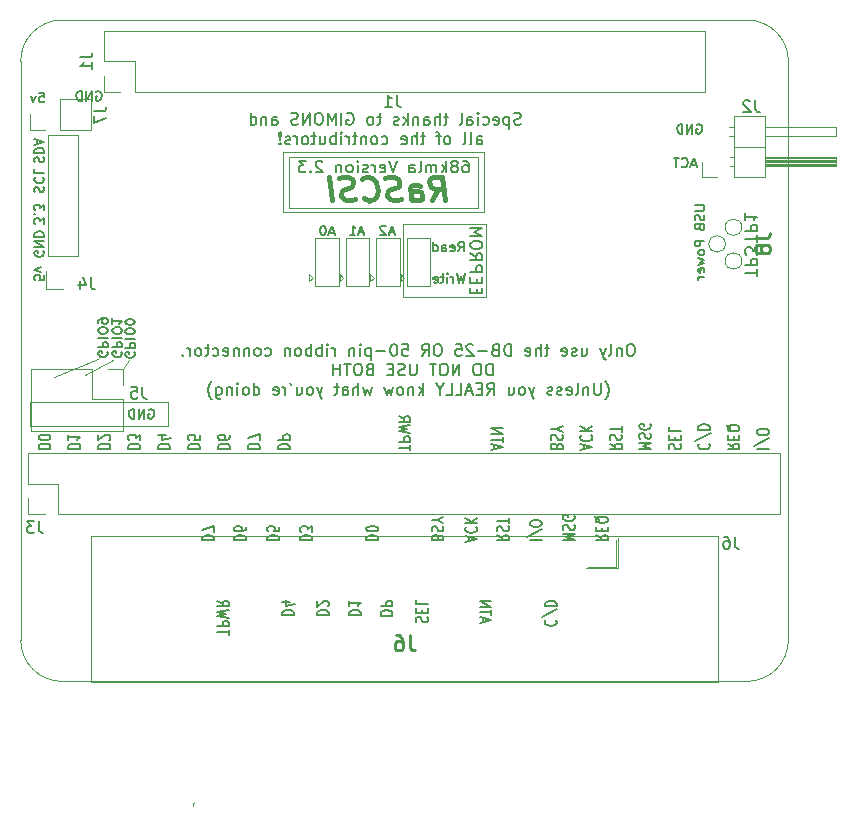
<source format=gbr>
%TF.GenerationSoftware,KiCad,Pcbnew,(5.1.4)-1*%
%TF.CreationDate,2020-09-12T17:46:14-05:00*%
%TF.ProjectId,rascsi_2p3,72617363-7369-45f3-9270-332e6b696361,rev?*%
%TF.SameCoordinates,PX59d60c0PY325aa00*%
%TF.FileFunction,Legend,Bot*%
%TF.FilePolarity,Positive*%
%FSLAX46Y46*%
G04 Gerber Fmt 4.6, Leading zero omitted, Abs format (unit mm)*
G04 Created by KiCad (PCBNEW (5.1.4)-1) date 2020-09-12 17:46:14*
%MOMM*%
%LPD*%
G04 APERTURE LIST*
%ADD10C,0.150000*%
%ADD11C,0.120000*%
%ADD12C,0.230000*%
%ADD13C,0.400000*%
%ADD14C,0.050000*%
%ADD15C,0.100000*%
%ADD16C,0.254000*%
G04 APERTURE END LIST*
D10*
X111900119Y-7673333D02*
X111519166Y-7673333D01*
X111976309Y-7901904D02*
X111709642Y-7101904D01*
X111442976Y-7901904D01*
X111214404Y-7178095D02*
X111176309Y-7140000D01*
X111100119Y-7101904D01*
X110909642Y-7101904D01*
X110833452Y-7140000D01*
X110795357Y-7178095D01*
X110757261Y-7254285D01*
X110757261Y-7330476D01*
X110795357Y-7444761D01*
X111252500Y-7901904D01*
X110757261Y-7901904D01*
X109330119Y-7673333D02*
X108949166Y-7673333D01*
X109406309Y-7901904D02*
X109139642Y-7101904D01*
X108872976Y-7901904D01*
X108187261Y-7901904D02*
X108644404Y-7901904D01*
X108415833Y-7901904D02*
X108415833Y-7101904D01*
X108492023Y-7216190D01*
X108568214Y-7292380D01*
X108644404Y-7330476D01*
X106810119Y-7693333D02*
X106429166Y-7693333D01*
X106886309Y-7921904D02*
X106619642Y-7121904D01*
X106352976Y-7921904D01*
X105933928Y-7121904D02*
X105857738Y-7121904D01*
X105781547Y-7160000D01*
X105743452Y-7198095D01*
X105705357Y-7274285D01*
X105667261Y-7426666D01*
X105667261Y-7617142D01*
X105705357Y-7769523D01*
X105743452Y-7845714D01*
X105781547Y-7883809D01*
X105857738Y-7921904D01*
X105933928Y-7921904D01*
X106010119Y-7883809D01*
X106048214Y-7845714D01*
X106086309Y-7769523D01*
X106124404Y-7617142D01*
X106124404Y-7426666D01*
X106086309Y-7274285D01*
X106048214Y-7198095D01*
X106010119Y-7160000D01*
X105933928Y-7121904D01*
X117898214Y-11161904D02*
X117707738Y-11961904D01*
X117555357Y-11390476D01*
X117402976Y-11961904D01*
X117212500Y-11161904D01*
X116907738Y-11961904D02*
X116907738Y-11428571D01*
X116907738Y-11580952D02*
X116869642Y-11504761D01*
X116831547Y-11466666D01*
X116755357Y-11428571D01*
X116679166Y-11428571D01*
X116412500Y-11961904D02*
X116412500Y-11428571D01*
X116412500Y-11161904D02*
X116450595Y-11200000D01*
X116412500Y-11238095D01*
X116374404Y-11200000D01*
X116412500Y-11161904D01*
X116412500Y-11238095D01*
X116145833Y-11428571D02*
X115841071Y-11428571D01*
X116031547Y-11161904D02*
X116031547Y-11847619D01*
X115993452Y-11923809D01*
X115917261Y-11961904D01*
X115841071Y-11961904D01*
X115269642Y-11923809D02*
X115345833Y-11961904D01*
X115498214Y-11961904D01*
X115574404Y-11923809D01*
X115612500Y-11847619D01*
X115612500Y-11542857D01*
X115574404Y-11466666D01*
X115498214Y-11428571D01*
X115345833Y-11428571D01*
X115269642Y-11466666D01*
X115231547Y-11542857D01*
X115231547Y-11619047D01*
X115612500Y-11695238D01*
X117334880Y-9291904D02*
X117601547Y-8910952D01*
X117792023Y-9291904D02*
X117792023Y-8491904D01*
X117487261Y-8491904D01*
X117411071Y-8530000D01*
X117372976Y-8568095D01*
X117334880Y-8644285D01*
X117334880Y-8758571D01*
X117372976Y-8834761D01*
X117411071Y-8872857D01*
X117487261Y-8910952D01*
X117792023Y-8910952D01*
X116687261Y-9253809D02*
X116763452Y-9291904D01*
X116915833Y-9291904D01*
X116992023Y-9253809D01*
X117030119Y-9177619D01*
X117030119Y-8872857D01*
X116992023Y-8796666D01*
X116915833Y-8758571D01*
X116763452Y-8758571D01*
X116687261Y-8796666D01*
X116649166Y-8872857D01*
X116649166Y-8949047D01*
X117030119Y-9025238D01*
X115963452Y-9291904D02*
X115963452Y-8872857D01*
X116001547Y-8796666D01*
X116077738Y-8758571D01*
X116230119Y-8758571D01*
X116306309Y-8796666D01*
X115963452Y-9253809D02*
X116039642Y-9291904D01*
X116230119Y-9291904D01*
X116306309Y-9253809D01*
X116344404Y-9177619D01*
X116344404Y-9101428D01*
X116306309Y-9025238D01*
X116230119Y-8987142D01*
X116039642Y-8987142D01*
X115963452Y-8949047D01*
X115239642Y-9291904D02*
X115239642Y-8491904D01*
X115239642Y-9253809D02*
X115315833Y-9291904D01*
X115468214Y-9291904D01*
X115544404Y-9253809D01*
X115582500Y-9215714D01*
X115620595Y-9139523D01*
X115620595Y-8910952D01*
X115582500Y-8834761D01*
X115544404Y-8796666D01*
X115468214Y-8758571D01*
X115315833Y-8758571D01*
X115239642Y-8796666D01*
D11*
X119720000Y-7010000D02*
X112700000Y-7010000D01*
X119720000Y-13140000D02*
X119720000Y-7010000D01*
X112700000Y-13140000D02*
X119720000Y-13140000D01*
X112700000Y-7010000D02*
X112700000Y-13140000D01*
D10*
X118901428Y-12851904D02*
X118901428Y-12518571D01*
X118377619Y-12375714D02*
X118377619Y-12851904D01*
X119377619Y-12851904D01*
X119377619Y-12375714D01*
X118901428Y-11947142D02*
X118901428Y-11613809D01*
X118377619Y-11470952D02*
X118377619Y-11947142D01*
X119377619Y-11947142D01*
X119377619Y-11470952D01*
X118377619Y-11042380D02*
X119377619Y-11042380D01*
X119377619Y-10661428D01*
X119330000Y-10566190D01*
X119282380Y-10518571D01*
X119187142Y-10470952D01*
X119044285Y-10470952D01*
X118949047Y-10518571D01*
X118901428Y-10566190D01*
X118853809Y-10661428D01*
X118853809Y-11042380D01*
X118377619Y-9470952D02*
X118853809Y-9804285D01*
X118377619Y-10042380D02*
X119377619Y-10042380D01*
X119377619Y-9661428D01*
X119330000Y-9566190D01*
X119282380Y-9518571D01*
X119187142Y-9470952D01*
X119044285Y-9470952D01*
X118949047Y-9518571D01*
X118901428Y-9566190D01*
X118853809Y-9661428D01*
X118853809Y-10042380D01*
X119377619Y-8851904D02*
X119377619Y-8661428D01*
X119330000Y-8566190D01*
X119234761Y-8470952D01*
X119044285Y-8423333D01*
X118710952Y-8423333D01*
X118520476Y-8470952D01*
X118425238Y-8566190D01*
X118377619Y-8661428D01*
X118377619Y-8851904D01*
X118425238Y-8947142D01*
X118520476Y-9042380D01*
X118710952Y-9090000D01*
X119044285Y-9090000D01*
X119234761Y-9042380D01*
X119330000Y-8947142D01*
X119377619Y-8851904D01*
X118377619Y-7994761D02*
X119377619Y-7994761D01*
X118663333Y-7661428D01*
X119377619Y-7328095D01*
X118377619Y-7328095D01*
X123406619Y-33769476D02*
X124406619Y-33769476D01*
X124454238Y-32817095D02*
X123168523Y-33502809D01*
X124406619Y-32398047D02*
X124406619Y-32245666D01*
X124359000Y-32169476D01*
X124263761Y-32093285D01*
X124073285Y-32055190D01*
X123739952Y-32055190D01*
X123549476Y-32093285D01*
X123454238Y-32169476D01*
X123406619Y-32245666D01*
X123406619Y-32398047D01*
X123454238Y-32474238D01*
X123549476Y-32550428D01*
X123739952Y-32588523D01*
X124073285Y-32588523D01*
X124263761Y-32550428D01*
X124359000Y-32474238D01*
X124406619Y-32398047D01*
X120612619Y-33312333D02*
X121088809Y-33578999D01*
X120612619Y-33769476D02*
X121612619Y-33769476D01*
X121612619Y-33464714D01*
X121565000Y-33388523D01*
X121517380Y-33350428D01*
X121422142Y-33312333D01*
X121279285Y-33312333D01*
X121184047Y-33350428D01*
X121136428Y-33388523D01*
X121088809Y-33464714D01*
X121088809Y-33769476D01*
X120660238Y-33007571D02*
X120612619Y-32893285D01*
X120612619Y-32702809D01*
X120660238Y-32626618D01*
X120707857Y-32588523D01*
X120803095Y-32550428D01*
X120898333Y-32550428D01*
X120993571Y-32588523D01*
X121041190Y-32626618D01*
X121088809Y-32702809D01*
X121136428Y-32855190D01*
X121184047Y-32931380D01*
X121231666Y-32969476D01*
X121326904Y-33007571D01*
X121422142Y-33007571D01*
X121517380Y-32969476D01*
X121565000Y-32931380D01*
X121612619Y-32855190D01*
X121612619Y-32664714D01*
X121565000Y-32550428D01*
X121612619Y-32321857D02*
X121612619Y-31864714D01*
X120612619Y-32093285D02*
X121612619Y-32093285D01*
X113802238Y-40697285D02*
X113754619Y-40583000D01*
X113754619Y-40392523D01*
X113802238Y-40316333D01*
X113849857Y-40278238D01*
X113945095Y-40240142D01*
X114040333Y-40240142D01*
X114135571Y-40278238D01*
X114183190Y-40316333D01*
X114230809Y-40392523D01*
X114278428Y-40544904D01*
X114326047Y-40621095D01*
X114373666Y-40659190D01*
X114468904Y-40697285D01*
X114564142Y-40697285D01*
X114659380Y-40659190D01*
X114707000Y-40621095D01*
X114754619Y-40544904D01*
X114754619Y-40354428D01*
X114707000Y-40240142D01*
X114278428Y-39897285D02*
X114278428Y-39630619D01*
X113754619Y-39516333D02*
X113754619Y-39897285D01*
X114754619Y-39897285D01*
X114754619Y-39516333D01*
X113754619Y-38792523D02*
X113754619Y-39173476D01*
X114754619Y-39173476D01*
X109563619Y-33769476D02*
X110563619Y-33769476D01*
X110563619Y-33579000D01*
X110516000Y-33464714D01*
X110420761Y-33388523D01*
X110325523Y-33350428D01*
X110135047Y-33312333D01*
X109992190Y-33312333D01*
X109801714Y-33350428D01*
X109706476Y-33388523D01*
X109611238Y-33464714D01*
X109563619Y-33579000D01*
X109563619Y-33769476D01*
X110563619Y-32817095D02*
X110563619Y-32740904D01*
X110516000Y-32664714D01*
X110468380Y-32626619D01*
X110373142Y-32588523D01*
X110182666Y-32550428D01*
X109944571Y-32550428D01*
X109754095Y-32588523D01*
X109658857Y-32626619D01*
X109611238Y-32664714D01*
X109563619Y-32740904D01*
X109563619Y-32817095D01*
X109611238Y-32893285D01*
X109658857Y-32931380D01*
X109754095Y-32969476D01*
X109944571Y-33007571D01*
X110182666Y-33007571D01*
X110373142Y-32969476D01*
X110468380Y-32931380D01*
X110516000Y-32893285D01*
X110563619Y-32817095D01*
X101181619Y-33769476D02*
X102181619Y-33769476D01*
X102181619Y-33579000D01*
X102134000Y-33464714D01*
X102038761Y-33388523D01*
X101943523Y-33350428D01*
X101753047Y-33312333D01*
X101610190Y-33312333D01*
X101419714Y-33350428D01*
X101324476Y-33388523D01*
X101229238Y-33464714D01*
X101181619Y-33579000D01*
X101181619Y-33769476D01*
X102181619Y-32588523D02*
X102181619Y-32969476D01*
X101705428Y-33007571D01*
X101753047Y-32969476D01*
X101800666Y-32893285D01*
X101800666Y-32702809D01*
X101753047Y-32626619D01*
X101705428Y-32588523D01*
X101610190Y-32550428D01*
X101372095Y-32550428D01*
X101276857Y-32588523D01*
X101229238Y-32626619D01*
X101181619Y-32702809D01*
X101181619Y-32893285D01*
X101229238Y-32969476D01*
X101276857Y-33007571D01*
X115611928Y-33502809D02*
X115564309Y-33388523D01*
X115516690Y-33350428D01*
X115421452Y-33312333D01*
X115278595Y-33312333D01*
X115183357Y-33350428D01*
X115135738Y-33388523D01*
X115088119Y-33464714D01*
X115088119Y-33769476D01*
X116088119Y-33769476D01*
X116088119Y-33502809D01*
X116040500Y-33426619D01*
X115992880Y-33388523D01*
X115897642Y-33350428D01*
X115802404Y-33350428D01*
X115707166Y-33388523D01*
X115659547Y-33426619D01*
X115611928Y-33502809D01*
X115611928Y-33769476D01*
X115135738Y-33007571D02*
X115088119Y-32893285D01*
X115088119Y-32702809D01*
X115135738Y-32626619D01*
X115183357Y-32588523D01*
X115278595Y-32550428D01*
X115373833Y-32550428D01*
X115469071Y-32588523D01*
X115516690Y-32626619D01*
X115564309Y-32702809D01*
X115611928Y-32855190D01*
X115659547Y-32931381D01*
X115707166Y-32969476D01*
X115802404Y-33007571D01*
X115897642Y-33007571D01*
X115992880Y-32969476D01*
X116040500Y-32931381D01*
X116088119Y-32855190D01*
X116088119Y-32664714D01*
X116040500Y-32550428D01*
X115564309Y-32055190D02*
X115088119Y-32055190D01*
X116088119Y-32321857D02*
X115564309Y-32055190D01*
X116088119Y-31788523D01*
X98387619Y-33769476D02*
X99387619Y-33769476D01*
X99387619Y-33579000D01*
X99340000Y-33464714D01*
X99244761Y-33388523D01*
X99149523Y-33350428D01*
X98959047Y-33312333D01*
X98816190Y-33312333D01*
X98625714Y-33350428D01*
X98530476Y-33388523D01*
X98435238Y-33464714D01*
X98387619Y-33579000D01*
X98387619Y-33769476D01*
X99387619Y-32626619D02*
X99387619Y-32779000D01*
X99340000Y-32855190D01*
X99292380Y-32893285D01*
X99149523Y-32969476D01*
X98959047Y-33007571D01*
X98578095Y-33007571D01*
X98482857Y-32969476D01*
X98435238Y-32931380D01*
X98387619Y-32855190D01*
X98387619Y-32702809D01*
X98435238Y-32626619D01*
X98482857Y-32588523D01*
X98578095Y-32550428D01*
X98816190Y-32550428D01*
X98911428Y-32588523D01*
X98959047Y-32626619D01*
X99006666Y-32702809D01*
X99006666Y-32855190D01*
X98959047Y-32931380D01*
X98911428Y-32969476D01*
X98816190Y-33007571D01*
X108103119Y-40087762D02*
X109103119Y-40087762D01*
X109103119Y-39897286D01*
X109055500Y-39783000D01*
X108960261Y-39706809D01*
X108865023Y-39668714D01*
X108674547Y-39630619D01*
X108531690Y-39630619D01*
X108341214Y-39668714D01*
X108245976Y-39706809D01*
X108150738Y-39783000D01*
X108103119Y-39897286D01*
X108103119Y-40087762D01*
X108103119Y-38868714D02*
X108103119Y-39325857D01*
X108103119Y-39097286D02*
X109103119Y-39097286D01*
X108960261Y-39173476D01*
X108865023Y-39249666D01*
X108817404Y-39325857D01*
X102451619Y-40087762D02*
X103451619Y-40087762D01*
X103451619Y-39897286D01*
X103404000Y-39783000D01*
X103308761Y-39706809D01*
X103213523Y-39668714D01*
X103023047Y-39630619D01*
X102880190Y-39630619D01*
X102689714Y-39668714D01*
X102594476Y-39706809D01*
X102499238Y-39783000D01*
X102451619Y-39897286D01*
X102451619Y-40087762D01*
X103118285Y-38944905D02*
X102451619Y-38944905D01*
X103499238Y-39135381D02*
X102784952Y-39325857D01*
X102784952Y-38830619D01*
X105372619Y-40087762D02*
X106372619Y-40087762D01*
X106372619Y-39897286D01*
X106325000Y-39783000D01*
X106229761Y-39706809D01*
X106134523Y-39668714D01*
X105944047Y-39630619D01*
X105801190Y-39630619D01*
X105610714Y-39668714D01*
X105515476Y-39706809D01*
X105420238Y-39783000D01*
X105372619Y-39897286D01*
X105372619Y-40087762D01*
X106277380Y-39325857D02*
X106325000Y-39287762D01*
X106372619Y-39211571D01*
X106372619Y-39021095D01*
X106325000Y-38944905D01*
X106277380Y-38906809D01*
X106182142Y-38868714D01*
X106086904Y-38868714D01*
X105944047Y-38906809D01*
X105372619Y-39363952D01*
X105372619Y-38868714D01*
X126200619Y-33769477D02*
X127200619Y-33769477D01*
X126486333Y-33502810D01*
X127200619Y-33236143D01*
X126200619Y-33236143D01*
X126248238Y-32893286D02*
X126200619Y-32779000D01*
X126200619Y-32588524D01*
X126248238Y-32512334D01*
X126295857Y-32474238D01*
X126391095Y-32436143D01*
X126486333Y-32436143D01*
X126581571Y-32474238D01*
X126629190Y-32512334D01*
X126676809Y-32588524D01*
X126724428Y-32740905D01*
X126772047Y-32817096D01*
X126819666Y-32855191D01*
X126914904Y-32893286D01*
X127010142Y-32893286D01*
X127105380Y-32855191D01*
X127153000Y-32817096D01*
X127200619Y-32740905D01*
X127200619Y-32550429D01*
X127153000Y-32436143D01*
X127153000Y-31674238D02*
X127200619Y-31750429D01*
X127200619Y-31864715D01*
X127153000Y-31979000D01*
X127057761Y-32055191D01*
X126962523Y-32093286D01*
X126772047Y-32131381D01*
X126629190Y-32131381D01*
X126438714Y-32093286D01*
X126343476Y-32055191D01*
X126248238Y-31979000D01*
X126200619Y-31864715D01*
X126200619Y-31788524D01*
X126248238Y-31674238D01*
X126295857Y-31636143D01*
X126629190Y-31636143D01*
X126629190Y-31788524D01*
X97927119Y-41763953D02*
X97927119Y-41306810D01*
X96927119Y-41535381D02*
X97927119Y-41535381D01*
X96927119Y-41040143D02*
X97927119Y-41040143D01*
X97927119Y-40735381D01*
X97879500Y-40659191D01*
X97831880Y-40621096D01*
X97736642Y-40583000D01*
X97593785Y-40583000D01*
X97498547Y-40621096D01*
X97450928Y-40659191D01*
X97403309Y-40735381D01*
X97403309Y-41040143D01*
X97927119Y-40316334D02*
X96927119Y-40125858D01*
X97641404Y-39973477D01*
X96927119Y-39821096D01*
X97927119Y-39630619D01*
X96927119Y-38868715D02*
X97403309Y-39135381D01*
X96927119Y-39325858D02*
X97927119Y-39325858D01*
X97927119Y-39021096D01*
X97879500Y-38944905D01*
X97831880Y-38906810D01*
X97736642Y-38868715D01*
X97593785Y-38868715D01*
X97498547Y-38906810D01*
X97450928Y-38944905D01*
X97403309Y-39021096D01*
X97403309Y-39325858D01*
X103975619Y-33769476D02*
X104975619Y-33769476D01*
X104975619Y-33579000D01*
X104928000Y-33464714D01*
X104832761Y-33388523D01*
X104737523Y-33350428D01*
X104547047Y-33312333D01*
X104404190Y-33312333D01*
X104213714Y-33350428D01*
X104118476Y-33388523D01*
X104023238Y-33464714D01*
X103975619Y-33579000D01*
X103975619Y-33769476D01*
X104975619Y-33045666D02*
X104975619Y-32550428D01*
X104594666Y-32817095D01*
X104594666Y-32702809D01*
X104547047Y-32626619D01*
X104499428Y-32588523D01*
X104404190Y-32550428D01*
X104166095Y-32550428D01*
X104070857Y-32588523D01*
X104023238Y-32626619D01*
X103975619Y-32702809D01*
X103975619Y-32931380D01*
X104023238Y-33007571D01*
X104070857Y-33045666D01*
X124771857Y-40506809D02*
X124724238Y-40544904D01*
X124676619Y-40659190D01*
X124676619Y-40735381D01*
X124724238Y-40849666D01*
X124819476Y-40925857D01*
X124914714Y-40963952D01*
X125105190Y-41002047D01*
X125248047Y-41002047D01*
X125438523Y-40963952D01*
X125533761Y-40925857D01*
X125629000Y-40849666D01*
X125676619Y-40735381D01*
X125676619Y-40659190D01*
X125629000Y-40544904D01*
X125581380Y-40506809D01*
X125724238Y-39592523D02*
X124438523Y-40278238D01*
X124676619Y-39325857D02*
X125676619Y-39325857D01*
X125676619Y-39135381D01*
X125629000Y-39021095D01*
X125533761Y-38944904D01*
X125438523Y-38906809D01*
X125248047Y-38868714D01*
X125105190Y-38868714D01*
X124914714Y-38906809D01*
X124819476Y-38944904D01*
X124724238Y-39021095D01*
X124676619Y-39135381D01*
X124676619Y-39325857D01*
X118231333Y-33807572D02*
X118231333Y-33426619D01*
X117945619Y-33883762D02*
X118945619Y-33617096D01*
X117945619Y-33350429D01*
X118040857Y-32626619D02*
X117993238Y-32664715D01*
X117945619Y-32779000D01*
X117945619Y-32855191D01*
X117993238Y-32969476D01*
X118088476Y-33045667D01*
X118183714Y-33083762D01*
X118374190Y-33121857D01*
X118517047Y-33121857D01*
X118707523Y-33083762D01*
X118802761Y-33045667D01*
X118898000Y-32969476D01*
X118945619Y-32855191D01*
X118945619Y-32779000D01*
X118898000Y-32664715D01*
X118850380Y-32626619D01*
X117945619Y-32283762D02*
X118945619Y-32283762D01*
X117945619Y-31826619D02*
X118517047Y-32169476D01*
X118945619Y-31826619D02*
X118374190Y-32283762D01*
X119437833Y-40697285D02*
X119437833Y-40316333D01*
X119152119Y-40773476D02*
X120152119Y-40506809D01*
X119152119Y-40240142D01*
X120152119Y-40087761D02*
X120152119Y-39630619D01*
X119152119Y-39859190D02*
X120152119Y-39859190D01*
X119152119Y-39363952D02*
X120152119Y-39363952D01*
X119152119Y-38906809D01*
X120152119Y-38906809D01*
X110770119Y-40125857D02*
X111770119Y-40125857D01*
X111770119Y-39935381D01*
X111722500Y-39821095D01*
X111627261Y-39744905D01*
X111532023Y-39706810D01*
X111341547Y-39668714D01*
X111198690Y-39668714D01*
X111008214Y-39706810D01*
X110912976Y-39744905D01*
X110817738Y-39821095D01*
X110770119Y-39935381D01*
X110770119Y-40125857D01*
X110770119Y-39325857D02*
X111770119Y-39325857D01*
X111770119Y-39021095D01*
X111722500Y-38944905D01*
X111674880Y-38906810D01*
X111579642Y-38868714D01*
X111436785Y-38868714D01*
X111341547Y-38906810D01*
X111293928Y-38944905D01*
X111246309Y-39021095D01*
X111246309Y-39325857D01*
X95657119Y-33769476D02*
X96657119Y-33769476D01*
X96657119Y-33579000D01*
X96609500Y-33464714D01*
X96514261Y-33388523D01*
X96419023Y-33350428D01*
X96228547Y-33312333D01*
X96085690Y-33312333D01*
X95895214Y-33350428D01*
X95799976Y-33388523D01*
X95704738Y-33464714D01*
X95657119Y-33579000D01*
X95657119Y-33769476D01*
X96657119Y-33045666D02*
X96657119Y-32512333D01*
X95657119Y-32855190D01*
X128994619Y-33312333D02*
X129470809Y-33579000D01*
X128994619Y-33769476D02*
X129994619Y-33769476D01*
X129994619Y-33464714D01*
X129947000Y-33388523D01*
X129899380Y-33350428D01*
X129804142Y-33312333D01*
X129661285Y-33312333D01*
X129566047Y-33350428D01*
X129518428Y-33388523D01*
X129470809Y-33464714D01*
X129470809Y-33769476D01*
X129518428Y-32969476D02*
X129518428Y-32702809D01*
X128994619Y-32588523D02*
X128994619Y-32969476D01*
X129994619Y-32969476D01*
X129994619Y-32588523D01*
X128899380Y-31712333D02*
X128947000Y-31788523D01*
X129042238Y-31864714D01*
X129185095Y-31979000D01*
X129232714Y-32055190D01*
X129232714Y-32131380D01*
X128994619Y-32093285D02*
X129042238Y-32169476D01*
X129137476Y-32245666D01*
X129327952Y-32283761D01*
X129661285Y-32283761D01*
X129851761Y-32245666D01*
X129947000Y-32169476D01*
X129994619Y-32093285D01*
X129994619Y-31940904D01*
X129947000Y-31864714D01*
X129851761Y-31788523D01*
X129661285Y-31750428D01*
X129327952Y-31750428D01*
X129137476Y-31788523D01*
X129042238Y-31864714D01*
X128994619Y-31940904D01*
X128994619Y-32093285D01*
X142647119Y-26022476D02*
X143647119Y-26022476D01*
X143694738Y-25070095D02*
X142409023Y-25755809D01*
X143647119Y-24651047D02*
X143647119Y-24498666D01*
X143599500Y-24422476D01*
X143504261Y-24346285D01*
X143313785Y-24308190D01*
X142980452Y-24308190D01*
X142789976Y-24346285D01*
X142694738Y-24422476D01*
X142647119Y-24498666D01*
X142647119Y-24651047D01*
X142694738Y-24727238D01*
X142789976Y-24803428D01*
X142980452Y-24841523D01*
X143313785Y-24841523D01*
X143504261Y-24803428D01*
X143599500Y-24727238D01*
X143647119Y-24651047D01*
X140152471Y-25565333D02*
X140628661Y-25832000D01*
X140152471Y-26022476D02*
X141152471Y-26022476D01*
X141152471Y-25717714D01*
X141104852Y-25641523D01*
X141057232Y-25603428D01*
X140961994Y-25565333D01*
X140819137Y-25565333D01*
X140723899Y-25603428D01*
X140676280Y-25641523D01*
X140628661Y-25717714D01*
X140628661Y-26022476D01*
X140676280Y-25222476D02*
X140676280Y-24955809D01*
X140152471Y-24841523D02*
X140152471Y-25222476D01*
X141152471Y-25222476D01*
X141152471Y-24841523D01*
X140057232Y-23965333D02*
X140104852Y-24041523D01*
X140200090Y-24117714D01*
X140342947Y-24232000D01*
X140390566Y-24308190D01*
X140390566Y-24384380D01*
X140152471Y-24346285D02*
X140200090Y-24422476D01*
X140295328Y-24498666D01*
X140485804Y-24536761D01*
X140819137Y-24536761D01*
X141009613Y-24498666D01*
X141104852Y-24422476D01*
X141152471Y-24346285D01*
X141152471Y-24193904D01*
X141104852Y-24117714D01*
X141009613Y-24041523D01*
X140819137Y-24003428D01*
X140485804Y-24003428D01*
X140295328Y-24041523D01*
X140200090Y-24117714D01*
X140152471Y-24193904D01*
X140152471Y-24346285D01*
X137753067Y-25565333D02*
X137705448Y-25603428D01*
X137657829Y-25717714D01*
X137657829Y-25793905D01*
X137705448Y-25908190D01*
X137800686Y-25984381D01*
X137895924Y-26022476D01*
X138086400Y-26060571D01*
X138229257Y-26060571D01*
X138419733Y-26022476D01*
X138514971Y-25984381D01*
X138610210Y-25908190D01*
X138657829Y-25793905D01*
X138657829Y-25717714D01*
X138610210Y-25603428D01*
X138562590Y-25565333D01*
X138705448Y-24651047D02*
X137419733Y-25336762D01*
X137657829Y-24384381D02*
X138657829Y-24384381D01*
X138657829Y-24193905D01*
X138610210Y-24079619D01*
X138514971Y-24003428D01*
X138419733Y-23965333D01*
X138229257Y-23927238D01*
X138086400Y-23927238D01*
X137895924Y-23965333D01*
X137800686Y-24003428D01*
X137705448Y-24079619D01*
X137657829Y-24193905D01*
X137657829Y-24384381D01*
X135210806Y-26060571D02*
X135163187Y-25946286D01*
X135163187Y-25755809D01*
X135210806Y-25679619D01*
X135258425Y-25641524D01*
X135353663Y-25603428D01*
X135448901Y-25603428D01*
X135544139Y-25641524D01*
X135591758Y-25679619D01*
X135639377Y-25755809D01*
X135686996Y-25908190D01*
X135734615Y-25984381D01*
X135782234Y-26022476D01*
X135877472Y-26060571D01*
X135972710Y-26060571D01*
X136067948Y-26022476D01*
X136115568Y-25984381D01*
X136163187Y-25908190D01*
X136163187Y-25717714D01*
X136115568Y-25603428D01*
X135686996Y-25260571D02*
X135686996Y-24993905D01*
X135163187Y-24879619D02*
X135163187Y-25260571D01*
X136163187Y-25260571D01*
X136163187Y-24879619D01*
X135163187Y-24155809D02*
X135163187Y-24536762D01*
X136163187Y-24536762D01*
X132668545Y-26022477D02*
X133668545Y-26022477D01*
X132954259Y-25755810D01*
X133668545Y-25489143D01*
X132668545Y-25489143D01*
X132716164Y-25146286D02*
X132668545Y-25032000D01*
X132668545Y-24841524D01*
X132716164Y-24765334D01*
X132763783Y-24727238D01*
X132859021Y-24689143D01*
X132954259Y-24689143D01*
X133049497Y-24727238D01*
X133097116Y-24765334D01*
X133144735Y-24841524D01*
X133192354Y-24993905D01*
X133239973Y-25070096D01*
X133287592Y-25108191D01*
X133382830Y-25146286D01*
X133478068Y-25146286D01*
X133573306Y-25108191D01*
X133620926Y-25070096D01*
X133668545Y-24993905D01*
X133668545Y-24803429D01*
X133620926Y-24689143D01*
X133620926Y-23927238D02*
X133668545Y-24003429D01*
X133668545Y-24117715D01*
X133620926Y-24232000D01*
X133525687Y-24308191D01*
X133430449Y-24346286D01*
X133239973Y-24384381D01*
X133097116Y-24384381D01*
X132906640Y-24346286D01*
X132811402Y-24308191D01*
X132716164Y-24232000D01*
X132668545Y-24117715D01*
X132668545Y-24041524D01*
X132716164Y-23927238D01*
X132763783Y-23889143D01*
X133097116Y-23889143D01*
X133097116Y-24041524D01*
X130173903Y-25565333D02*
X130650093Y-25831999D01*
X130173903Y-26022476D02*
X131173903Y-26022476D01*
X131173903Y-25717714D01*
X131126284Y-25641523D01*
X131078664Y-25603428D01*
X130983426Y-25565333D01*
X130840569Y-25565333D01*
X130745331Y-25603428D01*
X130697712Y-25641523D01*
X130650093Y-25717714D01*
X130650093Y-26022476D01*
X130221522Y-25260571D02*
X130173903Y-25146285D01*
X130173903Y-24955809D01*
X130221522Y-24879618D01*
X130269141Y-24841523D01*
X130364379Y-24803428D01*
X130459617Y-24803428D01*
X130554855Y-24841523D01*
X130602474Y-24879618D01*
X130650093Y-24955809D01*
X130697712Y-25108190D01*
X130745331Y-25184380D01*
X130792950Y-25222476D01*
X130888188Y-25260571D01*
X130983426Y-25260571D01*
X131078664Y-25222476D01*
X131126284Y-25184380D01*
X131173903Y-25108190D01*
X131173903Y-24917714D01*
X131126284Y-24803428D01*
X131173903Y-24574857D02*
X131173903Y-24117714D01*
X130173903Y-24346285D02*
X131173903Y-24346285D01*
X127964975Y-26060572D02*
X127964975Y-25679619D01*
X127679261Y-26136762D02*
X128679261Y-25870096D01*
X127679261Y-25603429D01*
X127774499Y-24879619D02*
X127726880Y-24917715D01*
X127679261Y-25032000D01*
X127679261Y-25108191D01*
X127726880Y-25222476D01*
X127822118Y-25298667D01*
X127917356Y-25336762D01*
X128107832Y-25374857D01*
X128250689Y-25374857D01*
X128441165Y-25336762D01*
X128536403Y-25298667D01*
X128631642Y-25222476D01*
X128679261Y-25108191D01*
X128679261Y-25032000D01*
X128631642Y-24917715D01*
X128584022Y-24879619D01*
X127679261Y-24536762D02*
X128679261Y-24536762D01*
X127679261Y-24079619D02*
X128250689Y-24422476D01*
X128679261Y-24079619D02*
X128107832Y-24536762D01*
X125708428Y-25755809D02*
X125660809Y-25641523D01*
X125613190Y-25603428D01*
X125517952Y-25565333D01*
X125375095Y-25565333D01*
X125279857Y-25603428D01*
X125232238Y-25641523D01*
X125184619Y-25717714D01*
X125184619Y-26022476D01*
X126184619Y-26022476D01*
X126184619Y-25755809D01*
X126137000Y-25679619D01*
X126089380Y-25641523D01*
X125994142Y-25603428D01*
X125898904Y-25603428D01*
X125803666Y-25641523D01*
X125756047Y-25679619D01*
X125708428Y-25755809D01*
X125708428Y-26022476D01*
X125232238Y-25260571D02*
X125184619Y-25146285D01*
X125184619Y-24955809D01*
X125232238Y-24879619D01*
X125279857Y-24841523D01*
X125375095Y-24803428D01*
X125470333Y-24803428D01*
X125565571Y-24841523D01*
X125613190Y-24879619D01*
X125660809Y-24955809D01*
X125708428Y-25108190D01*
X125756047Y-25184381D01*
X125803666Y-25222476D01*
X125898904Y-25260571D01*
X125994142Y-25260571D01*
X126089380Y-25222476D01*
X126137000Y-25184381D01*
X126184619Y-25108190D01*
X126184619Y-24917714D01*
X126137000Y-24803428D01*
X125660809Y-24308190D02*
X125184619Y-24308190D01*
X126184619Y-24574857D02*
X125660809Y-24308190D01*
X126184619Y-24041523D01*
X120390333Y-26060571D02*
X120390333Y-25679619D01*
X120104619Y-26136762D02*
X121104619Y-25870095D01*
X120104619Y-25603428D01*
X121104619Y-25451047D02*
X121104619Y-24993905D01*
X120104619Y-25222476D02*
X121104619Y-25222476D01*
X120104619Y-24727238D02*
X121104619Y-24727238D01*
X120104619Y-24270095D01*
X121104619Y-24270095D01*
X113294119Y-26136762D02*
X113294119Y-25679619D01*
X112294119Y-25908190D02*
X113294119Y-25908190D01*
X112294119Y-25412952D02*
X113294119Y-25412952D01*
X113294119Y-25108190D01*
X113246500Y-25032000D01*
X113198880Y-24993905D01*
X113103642Y-24955809D01*
X112960785Y-24955809D01*
X112865547Y-24993905D01*
X112817928Y-25032000D01*
X112770309Y-25108190D01*
X112770309Y-25412952D01*
X113294119Y-24689143D02*
X112294119Y-24498667D01*
X113008404Y-24346286D01*
X112294119Y-24193905D01*
X113294119Y-24003428D01*
X112294119Y-23241524D02*
X112770309Y-23508190D01*
X112294119Y-23698667D02*
X113294119Y-23698667D01*
X113294119Y-23393905D01*
X113246500Y-23317714D01*
X113198880Y-23279619D01*
X113103642Y-23241524D01*
X112960785Y-23241524D01*
X112865547Y-23279619D01*
X112817928Y-23317714D01*
X112770309Y-23393905D01*
X112770309Y-23698667D01*
X102070619Y-26041523D02*
X103070619Y-26041523D01*
X103070619Y-25851047D01*
X103023000Y-25736761D01*
X102927761Y-25660571D01*
X102832523Y-25622476D01*
X102642047Y-25584380D01*
X102499190Y-25584380D01*
X102308714Y-25622476D01*
X102213476Y-25660571D01*
X102118238Y-25736761D01*
X102070619Y-25851047D01*
X102070619Y-26041523D01*
X102070619Y-25241523D02*
X103070619Y-25241523D01*
X103070619Y-24936761D01*
X103023000Y-24860571D01*
X102975380Y-24822476D01*
X102880142Y-24784380D01*
X102737285Y-24784380D01*
X102642047Y-24822476D01*
X102594428Y-24860571D01*
X102546809Y-24936761D01*
X102546809Y-25241523D01*
X99538553Y-26022476D02*
X100538553Y-26022476D01*
X100538553Y-25832000D01*
X100490934Y-25717714D01*
X100395695Y-25641523D01*
X100300457Y-25603428D01*
X100109981Y-25565333D01*
X99967124Y-25565333D01*
X99776648Y-25603428D01*
X99681410Y-25641523D01*
X99586172Y-25717714D01*
X99538553Y-25832000D01*
X99538553Y-26022476D01*
X100538553Y-25298666D02*
X100538553Y-24765333D01*
X99538553Y-25108190D01*
X97006491Y-26022476D02*
X98006491Y-26022476D01*
X98006491Y-25832000D01*
X97958872Y-25717714D01*
X97863633Y-25641523D01*
X97768395Y-25603428D01*
X97577919Y-25565333D01*
X97435062Y-25565333D01*
X97244586Y-25603428D01*
X97149348Y-25641523D01*
X97054110Y-25717714D01*
X97006491Y-25832000D01*
X97006491Y-26022476D01*
X98006491Y-24879619D02*
X98006491Y-25032000D01*
X97958872Y-25108190D01*
X97911252Y-25146285D01*
X97768395Y-25222476D01*
X97577919Y-25260571D01*
X97196967Y-25260571D01*
X97101729Y-25222476D01*
X97054110Y-25184380D01*
X97006491Y-25108190D01*
X97006491Y-24955809D01*
X97054110Y-24879619D01*
X97101729Y-24841523D01*
X97196967Y-24803428D01*
X97435062Y-24803428D01*
X97530300Y-24841523D01*
X97577919Y-24879619D01*
X97625538Y-24955809D01*
X97625538Y-25108190D01*
X97577919Y-25184380D01*
X97530300Y-25222476D01*
X97435062Y-25260571D01*
X94474429Y-26022476D02*
X95474429Y-26022476D01*
X95474429Y-25832000D01*
X95426810Y-25717714D01*
X95331571Y-25641523D01*
X95236333Y-25603428D01*
X95045857Y-25565333D01*
X94903000Y-25565333D01*
X94712524Y-25603428D01*
X94617286Y-25641523D01*
X94522048Y-25717714D01*
X94474429Y-25832000D01*
X94474429Y-26022476D01*
X95474429Y-24841523D02*
X95474429Y-25222476D01*
X94998238Y-25260571D01*
X95045857Y-25222476D01*
X95093476Y-25146285D01*
X95093476Y-24955809D01*
X95045857Y-24879619D01*
X94998238Y-24841523D01*
X94903000Y-24803428D01*
X94664905Y-24803428D01*
X94569667Y-24841523D01*
X94522048Y-24879619D01*
X94474429Y-24955809D01*
X94474429Y-25146285D01*
X94522048Y-25222476D01*
X94569667Y-25260571D01*
X91942367Y-26022476D02*
X92942367Y-26022476D01*
X92942367Y-25832000D01*
X92894748Y-25717714D01*
X92799509Y-25641523D01*
X92704271Y-25603428D01*
X92513795Y-25565333D01*
X92370938Y-25565333D01*
X92180462Y-25603428D01*
X92085224Y-25641523D01*
X91989986Y-25717714D01*
X91942367Y-25832000D01*
X91942367Y-26022476D01*
X92609033Y-24879619D02*
X91942367Y-24879619D01*
X92989986Y-25070095D02*
X92275700Y-25260571D01*
X92275700Y-24765333D01*
X89410305Y-26022476D02*
X90410305Y-26022476D01*
X90410305Y-25832000D01*
X90362686Y-25717714D01*
X90267447Y-25641523D01*
X90172209Y-25603428D01*
X89981733Y-25565333D01*
X89838876Y-25565333D01*
X89648400Y-25603428D01*
X89553162Y-25641523D01*
X89457924Y-25717714D01*
X89410305Y-25832000D01*
X89410305Y-26022476D01*
X90410305Y-25298666D02*
X90410305Y-24803428D01*
X90029352Y-25070095D01*
X90029352Y-24955809D01*
X89981733Y-24879619D01*
X89934114Y-24841523D01*
X89838876Y-24803428D01*
X89600781Y-24803428D01*
X89505543Y-24841523D01*
X89457924Y-24879619D01*
X89410305Y-24955809D01*
X89410305Y-25184380D01*
X89457924Y-25260571D01*
X89505543Y-25298666D01*
X86878243Y-26022476D02*
X87878243Y-26022476D01*
X87878243Y-25832000D01*
X87830624Y-25717714D01*
X87735385Y-25641523D01*
X87640147Y-25603428D01*
X87449671Y-25565333D01*
X87306814Y-25565333D01*
X87116338Y-25603428D01*
X87021100Y-25641523D01*
X86925862Y-25717714D01*
X86878243Y-25832000D01*
X86878243Y-26022476D01*
X87783004Y-25260571D02*
X87830624Y-25222476D01*
X87878243Y-25146285D01*
X87878243Y-24955809D01*
X87830624Y-24879619D01*
X87783004Y-24841523D01*
X87687766Y-24803428D01*
X87592528Y-24803428D01*
X87449671Y-24841523D01*
X86878243Y-25298666D01*
X86878243Y-24803428D01*
X84346181Y-26022476D02*
X85346181Y-26022476D01*
X85346181Y-25832000D01*
X85298562Y-25717714D01*
X85203323Y-25641523D01*
X85108085Y-25603428D01*
X84917609Y-25565333D01*
X84774752Y-25565333D01*
X84584276Y-25603428D01*
X84489038Y-25641523D01*
X84393800Y-25717714D01*
X84346181Y-25832000D01*
X84346181Y-26022476D01*
X84346181Y-24803428D02*
X84346181Y-25260571D01*
X84346181Y-25032000D02*
X85346181Y-25032000D01*
X85203323Y-25108190D01*
X85108085Y-25184380D01*
X85060466Y-25260571D01*
X81814119Y-26022476D02*
X82814119Y-26022476D01*
X82814119Y-25832000D01*
X82766500Y-25717714D01*
X82671261Y-25641523D01*
X82576023Y-25603428D01*
X82385547Y-25565333D01*
X82242690Y-25565333D01*
X82052214Y-25603428D01*
X81956976Y-25641523D01*
X81861738Y-25717714D01*
X81814119Y-25832000D01*
X81814119Y-26022476D01*
X82814119Y-25070095D02*
X82814119Y-24993904D01*
X82766500Y-24917714D01*
X82718880Y-24879619D01*
X82623642Y-24841523D01*
X82433166Y-24803428D01*
X82195071Y-24803428D01*
X82004595Y-24841523D01*
X81909357Y-24879619D01*
X81861738Y-24917714D01*
X81814119Y-24993904D01*
X81814119Y-25070095D01*
X81861738Y-25146285D01*
X81909357Y-25184380D01*
X82004595Y-25222476D01*
X82195071Y-25260571D01*
X82433166Y-25260571D01*
X82623642Y-25222476D01*
X82718880Y-25184380D01*
X82766500Y-25146285D01*
X82814119Y-25070095D01*
D11*
X86838500Y-18383500D02*
X83092000Y-19907500D01*
X88108500Y-18447000D02*
X85759000Y-19780500D01*
X89505500Y-18510500D02*
X88934000Y-19272500D01*
X88997500Y-19272500D02*
X87664000Y-19272500D01*
X88997500Y-20606000D02*
X88997500Y-19272500D01*
X81187000Y-19272500D02*
X86330500Y-19272500D01*
X81187000Y-24479500D02*
X81187000Y-19272500D01*
X88997500Y-24479500D02*
X81187000Y-24479500D01*
X88997500Y-21812500D02*
X88997500Y-24479500D01*
X86330500Y-21812500D02*
X88997500Y-21812500D01*
X86330500Y-19272500D02*
X86330500Y-21812500D01*
X82584000Y539500D02*
X82584000Y-9684000D01*
X85187500Y539500D02*
X82584000Y539500D01*
X85187500Y-9684000D02*
X85187500Y539500D01*
X82584000Y-9684000D02*
X85187500Y-9684000D01*
X81060000Y984000D02*
X81060000Y2317500D01*
X82393500Y984000D02*
X81060000Y984000D01*
X83600000Y3587500D02*
X83600000Y984000D01*
X86267000Y3587500D02*
X83600000Y3587500D01*
X86267000Y984000D02*
X86267000Y3587500D01*
X83663500Y984000D02*
X86267000Y984000D01*
D10*
X86544880Y2587334D02*
X87259166Y2587334D01*
X87402023Y2634953D01*
X87497261Y2730191D01*
X87544880Y2873048D01*
X87544880Y2968286D01*
X86544880Y2206381D02*
X86544880Y1539715D01*
X87544880Y1968286D01*
X86219333Y-11485880D02*
X86219333Y-12200166D01*
X86266952Y-12343023D01*
X86362190Y-12438261D01*
X86505047Y-12485880D01*
X86600285Y-12485880D01*
X85314571Y-11819214D02*
X85314571Y-12485880D01*
X85552666Y-11438261D02*
X85790761Y-12152547D01*
X85171714Y-12152547D01*
X90600833Y-20756880D02*
X90600833Y-21471166D01*
X90648452Y-21614023D01*
X90743690Y-21709261D01*
X90886547Y-21756880D01*
X90981785Y-21756880D01*
X89648452Y-20756880D02*
X90124642Y-20756880D01*
X90172261Y-21233071D01*
X90124642Y-21185452D01*
X90029404Y-21137833D01*
X89791309Y-21137833D01*
X89696071Y-21185452D01*
X89648452Y-21233071D01*
X89600833Y-21328309D01*
X89600833Y-21566404D01*
X89648452Y-21661642D01*
X89696071Y-21709261D01*
X89791309Y-21756880D01*
X90029404Y-21756880D01*
X90124642Y-21709261D01*
X90172261Y-21661642D01*
X81837833Y-32123380D02*
X81837833Y-32837666D01*
X81885452Y-32980523D01*
X81980690Y-33075761D01*
X82123547Y-33123380D01*
X82218785Y-33123380D01*
X81456880Y-32123380D02*
X80837833Y-32123380D01*
X81171166Y-32504333D01*
X81028309Y-32504333D01*
X80933071Y-32551952D01*
X80885452Y-32599571D01*
X80837833Y-32694809D01*
X80837833Y-32932904D01*
X80885452Y-33028142D01*
X80933071Y-33075761D01*
X81028309Y-33123380D01*
X81314023Y-33123380D01*
X81409261Y-33075761D01*
X81456880Y-33028142D01*
D12*
X142467523Y-8181166D02*
X143374666Y-8181166D01*
X143556095Y-8120690D01*
X143677047Y-7999738D01*
X143737523Y-7818309D01*
X143737523Y-7697357D01*
X143011809Y-8967357D02*
X142951333Y-8846404D01*
X142890857Y-8785928D01*
X142769904Y-8725452D01*
X142709428Y-8725452D01*
X142588476Y-8785928D01*
X142528000Y-8846404D01*
X142467523Y-8967357D01*
X142467523Y-9209261D01*
X142528000Y-9330214D01*
X142588476Y-9390690D01*
X142709428Y-9451166D01*
X142769904Y-9451166D01*
X142890857Y-9390690D01*
X142951333Y-9330214D01*
X143011809Y-9209261D01*
X143011809Y-8967357D01*
X143072285Y-8846404D01*
X143132761Y-8785928D01*
X143253714Y-8725452D01*
X143495619Y-8725452D01*
X143616571Y-8785928D01*
X143677047Y-8846404D01*
X143737523Y-8967357D01*
X143737523Y-9209261D01*
X143677047Y-9330214D01*
X143616571Y-9390690D01*
X143495619Y-9451166D01*
X143253714Y-9451166D01*
X143132761Y-9390690D01*
X143072285Y-9330214D01*
X143011809Y-9209261D01*
D10*
X112127333Y3944620D02*
X112127333Y3230334D01*
X112174952Y3087477D01*
X112270190Y2992239D01*
X112413047Y2944620D01*
X112508285Y2944620D01*
X111127333Y2944620D02*
X111698761Y2944620D01*
X111413047Y2944620D02*
X111413047Y3944620D01*
X111508285Y3801762D01*
X111603523Y3706524D01*
X111698761Y3658905D01*
X137391904Y-5394285D02*
X138039523Y-5394285D01*
X138115714Y-5432380D01*
X138153809Y-5470476D01*
X138191904Y-5546666D01*
X138191904Y-5699047D01*
X138153809Y-5775238D01*
X138115714Y-5813333D01*
X138039523Y-5851428D01*
X137391904Y-5851428D01*
X138153809Y-6194285D02*
X138191904Y-6308571D01*
X138191904Y-6499047D01*
X138153809Y-6575238D01*
X138115714Y-6613333D01*
X138039523Y-6651428D01*
X137963333Y-6651428D01*
X137887142Y-6613333D01*
X137849047Y-6575238D01*
X137810952Y-6499047D01*
X137772857Y-6346666D01*
X137734761Y-6270476D01*
X137696666Y-6232380D01*
X137620476Y-6194285D01*
X137544285Y-6194285D01*
X137468095Y-6232380D01*
X137430000Y-6270476D01*
X137391904Y-6346666D01*
X137391904Y-6537142D01*
X137430000Y-6651428D01*
X137772857Y-7260952D02*
X137810952Y-7375238D01*
X137849047Y-7413333D01*
X137925238Y-7451428D01*
X138039523Y-7451428D01*
X138115714Y-7413333D01*
X138153809Y-7375238D01*
X138191904Y-7299047D01*
X138191904Y-6994285D01*
X137391904Y-6994285D01*
X137391904Y-7260952D01*
X137430000Y-7337142D01*
X137468095Y-7375238D01*
X137544285Y-7413333D01*
X137620476Y-7413333D01*
X137696666Y-7375238D01*
X137734761Y-7337142D01*
X137772857Y-7260952D01*
X137772857Y-6994285D01*
X138191904Y-8403809D02*
X137391904Y-8403809D01*
X137391904Y-8708571D01*
X137430000Y-8784761D01*
X137468095Y-8822857D01*
X137544285Y-8860952D01*
X137658571Y-8860952D01*
X137734761Y-8822857D01*
X137772857Y-8784761D01*
X137810952Y-8708571D01*
X137810952Y-8403809D01*
X138191904Y-9318095D02*
X138153809Y-9241904D01*
X138115714Y-9203809D01*
X138039523Y-9165714D01*
X137810952Y-9165714D01*
X137734761Y-9203809D01*
X137696666Y-9241904D01*
X137658571Y-9318095D01*
X137658571Y-9432380D01*
X137696666Y-9508571D01*
X137734761Y-9546666D01*
X137810952Y-9584761D01*
X138039523Y-9584761D01*
X138115714Y-9546666D01*
X138153809Y-9508571D01*
X138191904Y-9432380D01*
X138191904Y-9318095D01*
X137658571Y-9851428D02*
X138191904Y-10003809D01*
X137810952Y-10156190D01*
X138191904Y-10308571D01*
X137658571Y-10460952D01*
X138153809Y-11070476D02*
X138191904Y-10994285D01*
X138191904Y-10841904D01*
X138153809Y-10765714D01*
X138077619Y-10727619D01*
X137772857Y-10727619D01*
X137696666Y-10765714D01*
X137658571Y-10841904D01*
X137658571Y-10994285D01*
X137696666Y-11070476D01*
X137772857Y-11108571D01*
X137849047Y-11108571D01*
X137925238Y-10727619D01*
X138191904Y-11451428D02*
X137658571Y-11451428D01*
X137810952Y-11451428D02*
X137734761Y-11489523D01*
X137696666Y-11527619D01*
X137658571Y-11603809D01*
X137658571Y-11680000D01*
X140765833Y-33456880D02*
X140765833Y-34171166D01*
X140813452Y-34314023D01*
X140908690Y-34409261D01*
X141051547Y-34456880D01*
X141146785Y-34456880D01*
X139861071Y-33456880D02*
X140051547Y-33456880D01*
X140146785Y-33504500D01*
X140194404Y-33552119D01*
X140289642Y-33694976D01*
X140337261Y-33885452D01*
X140337261Y-34266404D01*
X140289642Y-34361642D01*
X140242023Y-34409261D01*
X140146785Y-34456880D01*
X139956309Y-34456880D01*
X139861071Y-34409261D01*
X139813452Y-34361642D01*
X139765833Y-34266404D01*
X139765833Y-34028309D01*
X139813452Y-33933071D01*
X139861071Y-33885452D01*
X139956309Y-33837833D01*
X140146785Y-33837833D01*
X140242023Y-33885452D01*
X140289642Y-33933071D01*
X140337261Y-34028309D01*
D13*
X115112261Y-4966761D02*
X115659880Y-4014380D01*
X116255119Y-4966761D02*
X116005119Y-2966761D01*
X115243214Y-2966761D01*
X115064642Y-3062000D01*
X114981309Y-3157238D01*
X114909880Y-3347714D01*
X114945595Y-3633428D01*
X115064642Y-3823904D01*
X115171785Y-3919142D01*
X115374166Y-4014380D01*
X116136071Y-4014380D01*
X113397976Y-4966761D02*
X113267023Y-3919142D01*
X113338452Y-3728666D01*
X113517023Y-3633428D01*
X113897976Y-3633428D01*
X114100357Y-3728666D01*
X113386071Y-4871523D02*
X113588452Y-4966761D01*
X114064642Y-4966761D01*
X114243214Y-4871523D01*
X114314642Y-4681047D01*
X114290833Y-4490571D01*
X114171785Y-4300095D01*
X113969404Y-4204857D01*
X113493214Y-4204857D01*
X113290833Y-4109619D01*
X112528928Y-4871523D02*
X112255119Y-4966761D01*
X111778928Y-4966761D01*
X111576547Y-4871523D01*
X111469404Y-4776285D01*
X111350357Y-4585809D01*
X111326547Y-4395333D01*
X111397976Y-4204857D01*
X111481309Y-4109619D01*
X111659880Y-4014380D01*
X112028928Y-3919142D01*
X112207500Y-3823904D01*
X112290833Y-3728666D01*
X112362261Y-3538190D01*
X112338452Y-3347714D01*
X112219404Y-3157238D01*
X112112261Y-3062000D01*
X111909880Y-2966761D01*
X111433690Y-2966761D01*
X111159880Y-3062000D01*
X109374166Y-4776285D02*
X109481309Y-4871523D01*
X109778928Y-4966761D01*
X109969404Y-4966761D01*
X110243214Y-4871523D01*
X110409880Y-4681047D01*
X110481309Y-4490571D01*
X110528928Y-4109619D01*
X110493214Y-3823904D01*
X110350357Y-3442952D01*
X110231309Y-3252476D01*
X110017023Y-3062000D01*
X109719404Y-2966761D01*
X109528928Y-2966761D01*
X109255119Y-3062000D01*
X109171785Y-3157238D01*
X108624166Y-4871523D02*
X108350357Y-4966761D01*
X107874166Y-4966761D01*
X107671785Y-4871523D01*
X107564642Y-4776285D01*
X107445595Y-4585809D01*
X107421785Y-4395333D01*
X107493214Y-4204857D01*
X107576547Y-4109619D01*
X107755119Y-4014380D01*
X108124166Y-3919142D01*
X108302738Y-3823904D01*
X108386071Y-3728666D01*
X108457500Y-3538190D01*
X108433690Y-3347714D01*
X108314642Y-3157238D01*
X108207500Y-3062000D01*
X108005119Y-2966761D01*
X107528928Y-2966761D01*
X107255119Y-3062000D01*
X106636071Y-4966761D02*
X106386071Y-2966761D01*
D10*
X117785095Y-1609380D02*
X117975571Y-1609380D01*
X118070809Y-1657000D01*
X118118428Y-1704619D01*
X118213666Y-1847476D01*
X118261285Y-2037952D01*
X118261285Y-2418904D01*
X118213666Y-2514142D01*
X118166047Y-2561761D01*
X118070809Y-2609380D01*
X117880333Y-2609380D01*
X117785095Y-2561761D01*
X117737476Y-2514142D01*
X117689857Y-2418904D01*
X117689857Y-2180809D01*
X117737476Y-2085571D01*
X117785095Y-2037952D01*
X117880333Y-1990333D01*
X118070809Y-1990333D01*
X118166047Y-2037952D01*
X118213666Y-2085571D01*
X118261285Y-2180809D01*
X117118428Y-2037952D02*
X117213666Y-1990333D01*
X117261285Y-1942714D01*
X117308904Y-1847476D01*
X117308904Y-1799857D01*
X117261285Y-1704619D01*
X117213666Y-1657000D01*
X117118428Y-1609380D01*
X116927952Y-1609380D01*
X116832714Y-1657000D01*
X116785095Y-1704619D01*
X116737476Y-1799857D01*
X116737476Y-1847476D01*
X116785095Y-1942714D01*
X116832714Y-1990333D01*
X116927952Y-2037952D01*
X117118428Y-2037952D01*
X117213666Y-2085571D01*
X117261285Y-2133190D01*
X117308904Y-2228428D01*
X117308904Y-2418904D01*
X117261285Y-2514142D01*
X117213666Y-2561761D01*
X117118428Y-2609380D01*
X116927952Y-2609380D01*
X116832714Y-2561761D01*
X116785095Y-2514142D01*
X116737476Y-2418904D01*
X116737476Y-2228428D01*
X116785095Y-2133190D01*
X116832714Y-2085571D01*
X116927952Y-2037952D01*
X116308904Y-2609380D02*
X116308904Y-1609380D01*
X116213666Y-2228428D02*
X115927952Y-2609380D01*
X115927952Y-1942714D02*
X116308904Y-2323666D01*
X115499380Y-2609380D02*
X115499380Y-1942714D01*
X115499380Y-2037952D02*
X115451761Y-1990333D01*
X115356523Y-1942714D01*
X115213666Y-1942714D01*
X115118428Y-1990333D01*
X115070809Y-2085571D01*
X115070809Y-2609380D01*
X115070809Y-2085571D02*
X115023190Y-1990333D01*
X114927952Y-1942714D01*
X114785095Y-1942714D01*
X114689857Y-1990333D01*
X114642238Y-2085571D01*
X114642238Y-2609380D01*
X114023190Y-2609380D02*
X114118428Y-2561761D01*
X114166047Y-2466523D01*
X114166047Y-1609380D01*
X113213666Y-2609380D02*
X113213666Y-2085571D01*
X113261285Y-1990333D01*
X113356523Y-1942714D01*
X113547000Y-1942714D01*
X113642238Y-1990333D01*
X113213666Y-2561761D02*
X113308904Y-2609380D01*
X113547000Y-2609380D01*
X113642238Y-2561761D01*
X113689857Y-2466523D01*
X113689857Y-2371285D01*
X113642238Y-2276047D01*
X113547000Y-2228428D01*
X113308904Y-2228428D01*
X113213666Y-2180809D01*
X112118428Y-1609380D02*
X111785095Y-2609380D01*
X111451761Y-1609380D01*
X110737476Y-2561761D02*
X110832714Y-2609380D01*
X111023190Y-2609380D01*
X111118428Y-2561761D01*
X111166047Y-2466523D01*
X111166047Y-2085571D01*
X111118428Y-1990333D01*
X111023190Y-1942714D01*
X110832714Y-1942714D01*
X110737476Y-1990333D01*
X110689857Y-2085571D01*
X110689857Y-2180809D01*
X111166047Y-2276047D01*
X110261285Y-2609380D02*
X110261285Y-1942714D01*
X110261285Y-2133190D02*
X110213666Y-2037952D01*
X110166047Y-1990333D01*
X110070809Y-1942714D01*
X109975571Y-1942714D01*
X109689857Y-2561761D02*
X109594619Y-2609380D01*
X109404142Y-2609380D01*
X109308904Y-2561761D01*
X109261285Y-2466523D01*
X109261285Y-2418904D01*
X109308904Y-2323666D01*
X109404142Y-2276047D01*
X109547000Y-2276047D01*
X109642238Y-2228428D01*
X109689857Y-2133190D01*
X109689857Y-2085571D01*
X109642238Y-1990333D01*
X109547000Y-1942714D01*
X109404142Y-1942714D01*
X109308904Y-1990333D01*
X108832714Y-2609380D02*
X108832714Y-1942714D01*
X108832714Y-1609380D02*
X108880333Y-1657000D01*
X108832714Y-1704619D01*
X108785095Y-1657000D01*
X108832714Y-1609380D01*
X108832714Y-1704619D01*
X108213666Y-2609380D02*
X108308904Y-2561761D01*
X108356523Y-2514142D01*
X108404142Y-2418904D01*
X108404142Y-2133190D01*
X108356523Y-2037952D01*
X108308904Y-1990333D01*
X108213666Y-1942714D01*
X108070809Y-1942714D01*
X107975571Y-1990333D01*
X107927952Y-2037952D01*
X107880333Y-2133190D01*
X107880333Y-2418904D01*
X107927952Y-2514142D01*
X107975571Y-2561761D01*
X108070809Y-2609380D01*
X108213666Y-2609380D01*
X107451761Y-1942714D02*
X107451761Y-2609380D01*
X107451761Y-2037952D02*
X107404142Y-1990333D01*
X107308904Y-1942714D01*
X107166047Y-1942714D01*
X107070809Y-1990333D01*
X107023190Y-2085571D01*
X107023190Y-2609380D01*
X105832714Y-1704619D02*
X105785095Y-1657000D01*
X105689857Y-1609380D01*
X105451761Y-1609380D01*
X105356523Y-1657000D01*
X105308904Y-1704619D01*
X105261285Y-1799857D01*
X105261285Y-1895095D01*
X105308904Y-2037952D01*
X105880333Y-2609380D01*
X105261285Y-2609380D01*
X104832714Y-2514142D02*
X104785095Y-2561761D01*
X104832714Y-2609380D01*
X104880333Y-2561761D01*
X104832714Y-2514142D01*
X104832714Y-2609380D01*
X104451761Y-1609380D02*
X103832714Y-1609380D01*
X104166047Y-1990333D01*
X104023190Y-1990333D01*
X103927952Y-2037952D01*
X103880333Y-2085571D01*
X103832714Y-2180809D01*
X103832714Y-2418904D01*
X103880333Y-2514142D01*
X103927952Y-2561761D01*
X104023190Y-2609380D01*
X104308904Y-2609380D01*
X104404142Y-2561761D01*
X104451761Y-2514142D01*
D11*
X119492500Y-5967000D02*
X119492500Y-887000D01*
X119429000Y-887000D02*
X102474500Y-887000D01*
X103046000Y-1268000D02*
X119048000Y-1268000D01*
X103046000Y-1268000D02*
X102982500Y-1268000D01*
X119048000Y-5586000D02*
X102982500Y-5586000D01*
X102982500Y-5586000D02*
X102982500Y-1331500D01*
X119048000Y-1268000D02*
X119048000Y-5586000D01*
X119492500Y-5967000D02*
X102474500Y-5967000D01*
X102982500Y-1268000D02*
X102982500Y-1522000D01*
X102474500Y-887000D02*
X102474500Y-5967000D01*
D10*
X137549523Y1447500D02*
X137625714Y1485596D01*
X137740000Y1485596D01*
X137854285Y1447500D01*
X137930476Y1371310D01*
X137968571Y1295120D01*
X138006666Y1142739D01*
X138006666Y1028453D01*
X137968571Y876072D01*
X137930476Y799881D01*
X137854285Y723691D01*
X137740000Y685596D01*
X137663809Y685596D01*
X137549523Y723691D01*
X137511428Y761786D01*
X137511428Y1028453D01*
X137663809Y1028453D01*
X137168571Y685596D02*
X137168571Y1485596D01*
X136711428Y685596D01*
X136711428Y1485596D01*
X136330476Y685596D02*
X136330476Y1485596D01*
X136140000Y1485596D01*
X136025714Y1447500D01*
X135949523Y1371310D01*
X135911428Y1295120D01*
X135873333Y1142739D01*
X135873333Y1028453D01*
X135911428Y876072D01*
X135949523Y799881D01*
X136025714Y723691D01*
X136140000Y685596D01*
X136330476Y685596D01*
X137454238Y-1943333D02*
X137073285Y-1943333D01*
X137530428Y-2171904D02*
X137263761Y-1371904D01*
X136997095Y-2171904D01*
X136273285Y-2095714D02*
X136311380Y-2133809D01*
X136425666Y-2171904D01*
X136501857Y-2171904D01*
X136616142Y-2133809D01*
X136692333Y-2057619D01*
X136730428Y-1981428D01*
X136768523Y-1829047D01*
X136768523Y-1714761D01*
X136730428Y-1562380D01*
X136692333Y-1486190D01*
X136616142Y-1410000D01*
X136501857Y-1371904D01*
X136425666Y-1371904D01*
X136311380Y-1410000D01*
X136273285Y-1448095D01*
X136044714Y-1371904D02*
X135587571Y-1371904D01*
X135816142Y-2171904D02*
X135816142Y-1371904D01*
D11*
X94943000Y-55963000D02*
X94879500Y-55963000D01*
X94879500Y-55963000D02*
X94879500Y-56217000D01*
X109737000Y-5154000D02*
X109864000Y-5154000D01*
X128304000Y-35973000D02*
X130717000Y-35973000D01*
X130717000Y-35973000D02*
X130717000Y-33687000D01*
X128177000Y-36100000D02*
X130844000Y-36100000D01*
X130844000Y-36100000D02*
X130844000Y-33560000D01*
X144560000Y-31528000D02*
X83473000Y-31528000D01*
X144560000Y-26321000D02*
X144560000Y-31528000D01*
X80933000Y-26321000D02*
X144560000Y-26321000D01*
X80933000Y-28988000D02*
X80933000Y-26321000D01*
X83473000Y-28988000D02*
X80933000Y-28988000D01*
X83473000Y-31528000D02*
X83473000Y-28988000D01*
X80933000Y-31528000D02*
X82330000Y-31528000D01*
X80933000Y-30131000D02*
X80933000Y-31528000D01*
D10*
X91131023Y-22682500D02*
X91207214Y-22644404D01*
X91321500Y-22644404D01*
X91435785Y-22682500D01*
X91511976Y-22758690D01*
X91550071Y-22834880D01*
X91588166Y-22987261D01*
X91588166Y-23101547D01*
X91550071Y-23253928D01*
X91511976Y-23330119D01*
X91435785Y-23406309D01*
X91321500Y-23444404D01*
X91245309Y-23444404D01*
X91131023Y-23406309D01*
X91092928Y-23368214D01*
X91092928Y-23101547D01*
X91245309Y-23101547D01*
X90750071Y-23444404D02*
X90750071Y-22644404D01*
X90292928Y-23444404D01*
X90292928Y-22644404D01*
X89911976Y-23444404D02*
X89911976Y-22644404D01*
X89721500Y-22644404D01*
X89607214Y-22682500D01*
X89531023Y-22758690D01*
X89492928Y-22834880D01*
X89454833Y-22987261D01*
X89454833Y-23101547D01*
X89492928Y-23253928D01*
X89531023Y-23330119D01*
X89607214Y-23406309D01*
X89721500Y-23444404D01*
X89911976Y-23444404D01*
D11*
X81123500Y-24098500D02*
X81123500Y-23971500D01*
X92807500Y-24098500D02*
X81123500Y-24098500D01*
X92807500Y-22066500D02*
X92807500Y-24098500D01*
X81123500Y-22066500D02*
X92807500Y-22066500D01*
X81123500Y-23971500D02*
X81123500Y-22066500D01*
X82457000Y-12478000D02*
X83854000Y-12478000D01*
X82457000Y-10954000D02*
X82457000Y-12478000D01*
D10*
X87619500Y-17786452D02*
X87657595Y-17862642D01*
X87657595Y-17976928D01*
X87619500Y-18091214D01*
X87543309Y-18167404D01*
X87467119Y-18205500D01*
X87314738Y-18243595D01*
X87200452Y-18243595D01*
X87048071Y-18205500D01*
X86971880Y-18167404D01*
X86895690Y-18091214D01*
X86857595Y-17976928D01*
X86857595Y-17900738D01*
X86895690Y-17786452D01*
X86933785Y-17748357D01*
X87200452Y-17748357D01*
X87200452Y-17900738D01*
X86857595Y-17405500D02*
X87657595Y-17405500D01*
X87657595Y-17100738D01*
X87619500Y-17024547D01*
X87581404Y-16986452D01*
X87505214Y-16948357D01*
X87390928Y-16948357D01*
X87314738Y-16986452D01*
X87276642Y-17024547D01*
X87238547Y-17100738D01*
X87238547Y-17405500D01*
X86857595Y-16605500D02*
X87657595Y-16605500D01*
X87657595Y-16072166D02*
X87657595Y-15919785D01*
X87619500Y-15843595D01*
X87543309Y-15767404D01*
X87390928Y-15729309D01*
X87124261Y-15729309D01*
X86971880Y-15767404D01*
X86895690Y-15843595D01*
X86857595Y-15919785D01*
X86857595Y-16072166D01*
X86895690Y-16148357D01*
X86971880Y-16224547D01*
X87124261Y-16262642D01*
X87390928Y-16262642D01*
X87543309Y-16224547D01*
X87619500Y-16148357D01*
X87657595Y-16072166D01*
X86857595Y-15348357D02*
X86857595Y-15195976D01*
X86895690Y-15119785D01*
X86933785Y-15081690D01*
X87048071Y-15005500D01*
X87200452Y-14967404D01*
X87505214Y-14967404D01*
X87581404Y-15005500D01*
X87619500Y-15043595D01*
X87657595Y-15119785D01*
X87657595Y-15272166D01*
X87619500Y-15348357D01*
X87581404Y-15386452D01*
X87505214Y-15424547D01*
X87314738Y-15424547D01*
X87238547Y-15386452D01*
X87200452Y-15348357D01*
X87162357Y-15272166D01*
X87162357Y-15119785D01*
X87200452Y-15043595D01*
X87238547Y-15005500D01*
X87314738Y-14967404D01*
X88826000Y-17786452D02*
X88864095Y-17862642D01*
X88864095Y-17976928D01*
X88826000Y-18091214D01*
X88749809Y-18167404D01*
X88673619Y-18205500D01*
X88521238Y-18243595D01*
X88406952Y-18243595D01*
X88254571Y-18205500D01*
X88178380Y-18167404D01*
X88102190Y-18091214D01*
X88064095Y-17976928D01*
X88064095Y-17900738D01*
X88102190Y-17786452D01*
X88140285Y-17748357D01*
X88406952Y-17748357D01*
X88406952Y-17900738D01*
X88064095Y-17405500D02*
X88864095Y-17405500D01*
X88864095Y-17100738D01*
X88826000Y-17024547D01*
X88787904Y-16986452D01*
X88711714Y-16948357D01*
X88597428Y-16948357D01*
X88521238Y-16986452D01*
X88483142Y-17024547D01*
X88445047Y-17100738D01*
X88445047Y-17405500D01*
X88064095Y-16605500D02*
X88864095Y-16605500D01*
X88864095Y-16072166D02*
X88864095Y-15919785D01*
X88826000Y-15843595D01*
X88749809Y-15767404D01*
X88597428Y-15729309D01*
X88330761Y-15729309D01*
X88178380Y-15767404D01*
X88102190Y-15843595D01*
X88064095Y-15919785D01*
X88064095Y-16072166D01*
X88102190Y-16148357D01*
X88178380Y-16224547D01*
X88330761Y-16262642D01*
X88597428Y-16262642D01*
X88749809Y-16224547D01*
X88826000Y-16148357D01*
X88864095Y-16072166D01*
X88064095Y-14967404D02*
X88064095Y-15424547D01*
X88064095Y-15195976D02*
X88864095Y-15195976D01*
X88749809Y-15272166D01*
X88673619Y-15348357D01*
X88635523Y-15424547D01*
X89905500Y-17849952D02*
X89943595Y-17926142D01*
X89943595Y-18040428D01*
X89905500Y-18154714D01*
X89829309Y-18230904D01*
X89753119Y-18269000D01*
X89600738Y-18307095D01*
X89486452Y-18307095D01*
X89334071Y-18269000D01*
X89257880Y-18230904D01*
X89181690Y-18154714D01*
X89143595Y-18040428D01*
X89143595Y-17964238D01*
X89181690Y-17849952D01*
X89219785Y-17811857D01*
X89486452Y-17811857D01*
X89486452Y-17964238D01*
X89143595Y-17469000D02*
X89943595Y-17469000D01*
X89943595Y-17164238D01*
X89905500Y-17088047D01*
X89867404Y-17049952D01*
X89791214Y-17011857D01*
X89676928Y-17011857D01*
X89600738Y-17049952D01*
X89562642Y-17088047D01*
X89524547Y-17164238D01*
X89524547Y-17469000D01*
X89143595Y-16669000D02*
X89943595Y-16669000D01*
X89943595Y-16135666D02*
X89943595Y-15983285D01*
X89905500Y-15907095D01*
X89829309Y-15830904D01*
X89676928Y-15792809D01*
X89410261Y-15792809D01*
X89257880Y-15830904D01*
X89181690Y-15907095D01*
X89143595Y-15983285D01*
X89143595Y-16135666D01*
X89181690Y-16211857D01*
X89257880Y-16288047D01*
X89410261Y-16326142D01*
X89676928Y-16326142D01*
X89829309Y-16288047D01*
X89905500Y-16211857D01*
X89943595Y-16135666D01*
X89943595Y-15297571D02*
X89943595Y-15221380D01*
X89905500Y-15145190D01*
X89867404Y-15107095D01*
X89791214Y-15069000D01*
X89638833Y-15030904D01*
X89448357Y-15030904D01*
X89295976Y-15069000D01*
X89219785Y-15107095D01*
X89181690Y-15145190D01*
X89143595Y-15221380D01*
X89143595Y-15297571D01*
X89181690Y-15373761D01*
X89219785Y-15411857D01*
X89295976Y-15449952D01*
X89448357Y-15488047D01*
X89638833Y-15488047D01*
X89791214Y-15449952D01*
X89867404Y-15411857D01*
X89905500Y-15373761D01*
X89943595Y-15297571D01*
X82260095Y-11322285D02*
X82260095Y-11703238D01*
X81879142Y-11741333D01*
X81917238Y-11703238D01*
X81955333Y-11627047D01*
X81955333Y-11436571D01*
X81917238Y-11360380D01*
X81879142Y-11322285D01*
X81802952Y-11284190D01*
X81612476Y-11284190D01*
X81536285Y-11322285D01*
X81498190Y-11360380D01*
X81460095Y-11436571D01*
X81460095Y-11627047D01*
X81498190Y-11703238D01*
X81536285Y-11741333D01*
X81993428Y-11017523D02*
X81460095Y-10827047D01*
X81993428Y-10636571D01*
X82222000Y-9277523D02*
X82260095Y-9353714D01*
X82260095Y-9468000D01*
X82222000Y-9582285D01*
X82145809Y-9658476D01*
X82069619Y-9696571D01*
X81917238Y-9734666D01*
X81802952Y-9734666D01*
X81650571Y-9696571D01*
X81574380Y-9658476D01*
X81498190Y-9582285D01*
X81460095Y-9468000D01*
X81460095Y-9391809D01*
X81498190Y-9277523D01*
X81536285Y-9239428D01*
X81802952Y-9239428D01*
X81802952Y-9391809D01*
X81460095Y-8896571D02*
X82260095Y-8896571D01*
X81460095Y-8439428D01*
X82260095Y-8439428D01*
X81460095Y-8058476D02*
X82260095Y-8058476D01*
X82260095Y-7868000D01*
X82222000Y-7753714D01*
X82145809Y-7677523D01*
X82069619Y-7639428D01*
X81917238Y-7601333D01*
X81802952Y-7601333D01*
X81650571Y-7639428D01*
X81574380Y-7677523D01*
X81498190Y-7753714D01*
X81460095Y-7868000D01*
X81460095Y-8058476D01*
X82260095Y-6966095D02*
X82260095Y-6470857D01*
X81955333Y-6737523D01*
X81955333Y-6623238D01*
X81917238Y-6547047D01*
X81879142Y-6508952D01*
X81802952Y-6470857D01*
X81612476Y-6470857D01*
X81536285Y-6508952D01*
X81498190Y-6547047D01*
X81460095Y-6623238D01*
X81460095Y-6851809D01*
X81498190Y-6928000D01*
X81536285Y-6966095D01*
X81536285Y-6128000D02*
X81498190Y-6089904D01*
X81460095Y-6128000D01*
X81498190Y-6166095D01*
X81536285Y-6128000D01*
X81460095Y-6128000D01*
X82260095Y-5823238D02*
X82260095Y-5328000D01*
X81955333Y-5594666D01*
X81955333Y-5480380D01*
X81917238Y-5404190D01*
X81879142Y-5366095D01*
X81802952Y-5328000D01*
X81612476Y-5328000D01*
X81536285Y-5366095D01*
X81498190Y-5404190D01*
X81460095Y-5480380D01*
X81460095Y-5708952D01*
X81498190Y-5785142D01*
X81536285Y-5823238D01*
X81498190Y-4286380D02*
X81460095Y-4172095D01*
X81460095Y-3981619D01*
X81498190Y-3905428D01*
X81536285Y-3867333D01*
X81612476Y-3829238D01*
X81688666Y-3829238D01*
X81764857Y-3867333D01*
X81802952Y-3905428D01*
X81841047Y-3981619D01*
X81879142Y-4134000D01*
X81917238Y-4210190D01*
X81955333Y-4248285D01*
X82031523Y-4286380D01*
X82107714Y-4286380D01*
X82183904Y-4248285D01*
X82222000Y-4210190D01*
X82260095Y-4134000D01*
X82260095Y-3943523D01*
X82222000Y-3829238D01*
X81536285Y-3029238D02*
X81498190Y-3067333D01*
X81460095Y-3181619D01*
X81460095Y-3257809D01*
X81498190Y-3372095D01*
X81574380Y-3448285D01*
X81650571Y-3486380D01*
X81802952Y-3524476D01*
X81917238Y-3524476D01*
X82069619Y-3486380D01*
X82145809Y-3448285D01*
X82222000Y-3372095D01*
X82260095Y-3257809D01*
X82260095Y-3181619D01*
X82222000Y-3067333D01*
X82183904Y-3029238D01*
X81460095Y-2305428D02*
X81460095Y-2686380D01*
X82260095Y-2686380D01*
X81498190Y-1765428D02*
X81460095Y-1651142D01*
X81460095Y-1460666D01*
X81498190Y-1384476D01*
X81536285Y-1346380D01*
X81612476Y-1308285D01*
X81688666Y-1308285D01*
X81764857Y-1346380D01*
X81802952Y-1384476D01*
X81841047Y-1460666D01*
X81879142Y-1613047D01*
X81917238Y-1689238D01*
X81955333Y-1727333D01*
X82031523Y-1765428D01*
X82107714Y-1765428D01*
X82183904Y-1727333D01*
X82222000Y-1689238D01*
X82260095Y-1613047D01*
X82260095Y-1422571D01*
X82222000Y-1308285D01*
X81460095Y-965428D02*
X82260095Y-965428D01*
X82260095Y-774952D01*
X82222000Y-660666D01*
X82145809Y-584476D01*
X82069619Y-546380D01*
X81917238Y-508285D01*
X81802952Y-508285D01*
X81650571Y-546380D01*
X81574380Y-584476D01*
X81498190Y-660666D01*
X81460095Y-774952D01*
X81460095Y-965428D01*
X81688666Y-203523D02*
X81688666Y177429D01*
X81460095Y-279714D02*
X82260095Y-13047D01*
X81460095Y253620D01*
X81872785Y4152596D02*
X82253738Y4152596D01*
X82291833Y3771643D01*
X82253738Y3809739D01*
X82177547Y3847834D01*
X81987071Y3847834D01*
X81910880Y3809739D01*
X81872785Y3771643D01*
X81834690Y3695453D01*
X81834690Y3504977D01*
X81872785Y3428786D01*
X81910880Y3390691D01*
X81987071Y3352596D01*
X82177547Y3352596D01*
X82253738Y3390691D01*
X82291833Y3428786D01*
X81568023Y3885929D02*
X81377547Y3352596D01*
X81187071Y3885929D01*
X86686023Y4241500D02*
X86762214Y4279596D01*
X86876500Y4279596D01*
X86990785Y4241500D01*
X87066976Y4165310D01*
X87105071Y4089120D01*
X87143166Y3936739D01*
X87143166Y3822453D01*
X87105071Y3670072D01*
X87066976Y3593881D01*
X86990785Y3517691D01*
X86876500Y3479596D01*
X86800309Y3479596D01*
X86686023Y3517691D01*
X86647928Y3555786D01*
X86647928Y3822453D01*
X86800309Y3822453D01*
X86305071Y3479596D02*
X86305071Y4279596D01*
X85847928Y3479596D01*
X85847928Y4279596D01*
X85466976Y3479596D02*
X85466976Y4279596D01*
X85276500Y4279596D01*
X85162214Y4241500D01*
X85086023Y4165310D01*
X85047928Y4089120D01*
X85009833Y3936739D01*
X85009833Y3822453D01*
X85047928Y3670072D01*
X85086023Y3593881D01*
X85162214Y3517691D01*
X85276500Y3479596D01*
X85466976Y3479596D01*
X122633333Y1480239D02*
X122490476Y1432620D01*
X122252380Y1432620D01*
X122157142Y1480239D01*
X122109523Y1527858D01*
X122061904Y1623096D01*
X122061904Y1718334D01*
X122109523Y1813572D01*
X122157142Y1861191D01*
X122252380Y1908810D01*
X122442857Y1956429D01*
X122538095Y2004048D01*
X122585714Y2051667D01*
X122633333Y2146905D01*
X122633333Y2242143D01*
X122585714Y2337381D01*
X122538095Y2385000D01*
X122442857Y2432620D01*
X122204761Y2432620D01*
X122061904Y2385000D01*
X121633333Y2099286D02*
X121633333Y1099286D01*
X121633333Y2051667D02*
X121538095Y2099286D01*
X121347619Y2099286D01*
X121252380Y2051667D01*
X121204761Y2004048D01*
X121157142Y1908810D01*
X121157142Y1623096D01*
X121204761Y1527858D01*
X121252380Y1480239D01*
X121347619Y1432620D01*
X121538095Y1432620D01*
X121633333Y1480239D01*
X120347619Y1480239D02*
X120442857Y1432620D01*
X120633333Y1432620D01*
X120728571Y1480239D01*
X120776190Y1575477D01*
X120776190Y1956429D01*
X120728571Y2051667D01*
X120633333Y2099286D01*
X120442857Y2099286D01*
X120347619Y2051667D01*
X120300000Y1956429D01*
X120300000Y1861191D01*
X120776190Y1765953D01*
X119442857Y1480239D02*
X119538095Y1432620D01*
X119728571Y1432620D01*
X119823809Y1480239D01*
X119871428Y1527858D01*
X119919047Y1623096D01*
X119919047Y1908810D01*
X119871428Y2004048D01*
X119823809Y2051667D01*
X119728571Y2099286D01*
X119538095Y2099286D01*
X119442857Y2051667D01*
X119014285Y1432620D02*
X119014285Y2099286D01*
X119014285Y2432620D02*
X119061904Y2385000D01*
X119014285Y2337381D01*
X118966666Y2385000D01*
X119014285Y2432620D01*
X119014285Y2337381D01*
X118109523Y1432620D02*
X118109523Y1956429D01*
X118157142Y2051667D01*
X118252380Y2099286D01*
X118442857Y2099286D01*
X118538095Y2051667D01*
X118109523Y1480239D02*
X118204761Y1432620D01*
X118442857Y1432620D01*
X118538095Y1480239D01*
X118585714Y1575477D01*
X118585714Y1670715D01*
X118538095Y1765953D01*
X118442857Y1813572D01*
X118204761Y1813572D01*
X118109523Y1861191D01*
X117490476Y1432620D02*
X117585714Y1480239D01*
X117633333Y1575477D01*
X117633333Y2432620D01*
X116490476Y2099286D02*
X116109523Y2099286D01*
X116347619Y2432620D02*
X116347619Y1575477D01*
X116300000Y1480239D01*
X116204761Y1432620D01*
X116109523Y1432620D01*
X115776190Y1432620D02*
X115776190Y2432620D01*
X115347619Y1432620D02*
X115347619Y1956429D01*
X115395238Y2051667D01*
X115490476Y2099286D01*
X115633333Y2099286D01*
X115728571Y2051667D01*
X115776190Y2004048D01*
X114442857Y1432620D02*
X114442857Y1956429D01*
X114490476Y2051667D01*
X114585714Y2099286D01*
X114776190Y2099286D01*
X114871428Y2051667D01*
X114442857Y1480239D02*
X114538095Y1432620D01*
X114776190Y1432620D01*
X114871428Y1480239D01*
X114919047Y1575477D01*
X114919047Y1670715D01*
X114871428Y1765953D01*
X114776190Y1813572D01*
X114538095Y1813572D01*
X114442857Y1861191D01*
X113966666Y2099286D02*
X113966666Y1432620D01*
X113966666Y2004048D02*
X113919047Y2051667D01*
X113823809Y2099286D01*
X113680952Y2099286D01*
X113585714Y2051667D01*
X113538095Y1956429D01*
X113538095Y1432620D01*
X113061904Y1432620D02*
X113061904Y2432620D01*
X112966666Y1813572D02*
X112680952Y1432620D01*
X112680952Y2099286D02*
X113061904Y1718334D01*
X112300000Y1480239D02*
X112204761Y1432620D01*
X112014285Y1432620D01*
X111919047Y1480239D01*
X111871428Y1575477D01*
X111871428Y1623096D01*
X111919047Y1718334D01*
X112014285Y1765953D01*
X112157142Y1765953D01*
X112252380Y1813572D01*
X112300000Y1908810D01*
X112300000Y1956429D01*
X112252380Y2051667D01*
X112157142Y2099286D01*
X112014285Y2099286D01*
X111919047Y2051667D01*
X110823809Y2099286D02*
X110442857Y2099286D01*
X110680952Y2432620D02*
X110680952Y1575477D01*
X110633333Y1480239D01*
X110538095Y1432620D01*
X110442857Y1432620D01*
X109966666Y1432620D02*
X110061904Y1480239D01*
X110109523Y1527858D01*
X110157142Y1623096D01*
X110157142Y1908810D01*
X110109523Y2004048D01*
X110061904Y2051667D01*
X109966666Y2099286D01*
X109823809Y2099286D01*
X109728571Y2051667D01*
X109680952Y2004048D01*
X109633333Y1908810D01*
X109633333Y1623096D01*
X109680952Y1527858D01*
X109728571Y1480239D01*
X109823809Y1432620D01*
X109966666Y1432620D01*
X107919047Y2385000D02*
X108014285Y2432620D01*
X108157142Y2432620D01*
X108300000Y2385000D01*
X108395238Y2289762D01*
X108442857Y2194524D01*
X108490476Y2004048D01*
X108490476Y1861191D01*
X108442857Y1670715D01*
X108395238Y1575477D01*
X108300000Y1480239D01*
X108157142Y1432620D01*
X108061904Y1432620D01*
X107919047Y1480239D01*
X107871428Y1527858D01*
X107871428Y1861191D01*
X108061904Y1861191D01*
X107442857Y1432620D02*
X107442857Y2432620D01*
X106966666Y1432620D02*
X106966666Y2432620D01*
X106633333Y1718334D01*
X106300000Y2432620D01*
X106300000Y1432620D01*
X105633333Y2432620D02*
X105442857Y2432620D01*
X105347619Y2385000D01*
X105252380Y2289762D01*
X105204761Y2099286D01*
X105204761Y1765953D01*
X105252380Y1575477D01*
X105347619Y1480239D01*
X105442857Y1432620D01*
X105633333Y1432620D01*
X105728571Y1480239D01*
X105823809Y1575477D01*
X105871428Y1765953D01*
X105871428Y2099286D01*
X105823809Y2289762D01*
X105728571Y2385000D01*
X105633333Y2432620D01*
X104776190Y1432620D02*
X104776190Y2432620D01*
X104204761Y1432620D01*
X104204761Y2432620D01*
X103776190Y1480239D02*
X103633333Y1432620D01*
X103395238Y1432620D01*
X103300000Y1480239D01*
X103252380Y1527858D01*
X103204761Y1623096D01*
X103204761Y1718334D01*
X103252380Y1813572D01*
X103300000Y1861191D01*
X103395238Y1908810D01*
X103585714Y1956429D01*
X103680952Y2004048D01*
X103728571Y2051667D01*
X103776190Y2146905D01*
X103776190Y2242143D01*
X103728571Y2337381D01*
X103680952Y2385000D01*
X103585714Y2432620D01*
X103347619Y2432620D01*
X103204761Y2385000D01*
X101585714Y1432620D02*
X101585714Y1956429D01*
X101633333Y2051667D01*
X101728571Y2099286D01*
X101919047Y2099286D01*
X102014285Y2051667D01*
X101585714Y1480239D02*
X101680952Y1432620D01*
X101919047Y1432620D01*
X102014285Y1480239D01*
X102061904Y1575477D01*
X102061904Y1670715D01*
X102014285Y1765953D01*
X101919047Y1813572D01*
X101680952Y1813572D01*
X101585714Y1861191D01*
X101109523Y2099286D02*
X101109523Y1432620D01*
X101109523Y2004048D02*
X101061904Y2051667D01*
X100966666Y2099286D01*
X100823809Y2099286D01*
X100728571Y2051667D01*
X100680952Y1956429D01*
X100680952Y1432620D01*
X99776190Y1432620D02*
X99776190Y2432620D01*
X99776190Y1480239D02*
X99871428Y1432620D01*
X100061904Y1432620D01*
X100157142Y1480239D01*
X100204761Y1527858D01*
X100252380Y1623096D01*
X100252380Y1908810D01*
X100204761Y2004048D01*
X100157142Y2051667D01*
X100061904Y2099286D01*
X99871428Y2099286D01*
X99776190Y2051667D01*
X118919047Y-217380D02*
X118919047Y306429D01*
X118966666Y401667D01*
X119061904Y449286D01*
X119252380Y449286D01*
X119347619Y401667D01*
X118919047Y-169761D02*
X119014285Y-217380D01*
X119252380Y-217380D01*
X119347619Y-169761D01*
X119395238Y-74523D01*
X119395238Y20715D01*
X119347619Y115953D01*
X119252380Y163572D01*
X119014285Y163572D01*
X118919047Y211191D01*
X118300000Y-217380D02*
X118395238Y-169761D01*
X118442857Y-74523D01*
X118442857Y782620D01*
X117776190Y-217380D02*
X117871428Y-169761D01*
X117919047Y-74523D01*
X117919047Y782620D01*
X116490476Y-217380D02*
X116585714Y-169761D01*
X116633333Y-122142D01*
X116680952Y-26904D01*
X116680952Y258810D01*
X116633333Y354048D01*
X116585714Y401667D01*
X116490476Y449286D01*
X116347619Y449286D01*
X116252380Y401667D01*
X116204761Y354048D01*
X116157142Y258810D01*
X116157142Y-26904D01*
X116204761Y-122142D01*
X116252380Y-169761D01*
X116347619Y-217380D01*
X116490476Y-217380D01*
X115871428Y449286D02*
X115490476Y449286D01*
X115728571Y-217380D02*
X115728571Y639762D01*
X115680952Y735000D01*
X115585714Y782620D01*
X115490476Y782620D01*
X114538095Y449286D02*
X114157142Y449286D01*
X114395238Y782620D02*
X114395238Y-74523D01*
X114347619Y-169761D01*
X114252380Y-217380D01*
X114157142Y-217380D01*
X113823809Y-217380D02*
X113823809Y782620D01*
X113395238Y-217380D02*
X113395238Y306429D01*
X113442857Y401667D01*
X113538095Y449286D01*
X113680952Y449286D01*
X113776190Y401667D01*
X113823809Y354048D01*
X112538095Y-169761D02*
X112633333Y-217380D01*
X112823809Y-217380D01*
X112919047Y-169761D01*
X112966666Y-74523D01*
X112966666Y306429D01*
X112919047Y401667D01*
X112823809Y449286D01*
X112633333Y449286D01*
X112538095Y401667D01*
X112490476Y306429D01*
X112490476Y211191D01*
X112966666Y115953D01*
X110871428Y-169761D02*
X110966666Y-217380D01*
X111157142Y-217380D01*
X111252380Y-169761D01*
X111300000Y-122142D01*
X111347619Y-26904D01*
X111347619Y258810D01*
X111300000Y354048D01*
X111252380Y401667D01*
X111157142Y449286D01*
X110966666Y449286D01*
X110871428Y401667D01*
X110300000Y-217380D02*
X110395238Y-169761D01*
X110442857Y-122142D01*
X110490476Y-26904D01*
X110490476Y258810D01*
X110442857Y354048D01*
X110395238Y401667D01*
X110300000Y449286D01*
X110157142Y449286D01*
X110061904Y401667D01*
X110014285Y354048D01*
X109966666Y258810D01*
X109966666Y-26904D01*
X110014285Y-122142D01*
X110061904Y-169761D01*
X110157142Y-217380D01*
X110300000Y-217380D01*
X109538095Y449286D02*
X109538095Y-217380D01*
X109538095Y354048D02*
X109490476Y401667D01*
X109395238Y449286D01*
X109252380Y449286D01*
X109157142Y401667D01*
X109109523Y306429D01*
X109109523Y-217380D01*
X108776190Y449286D02*
X108395238Y449286D01*
X108633333Y782620D02*
X108633333Y-74523D01*
X108585714Y-169761D01*
X108490476Y-217380D01*
X108395238Y-217380D01*
X108061904Y-217380D02*
X108061904Y449286D01*
X108061904Y258810D02*
X108014285Y354048D01*
X107966666Y401667D01*
X107871428Y449286D01*
X107776190Y449286D01*
X107442857Y-217380D02*
X107442857Y449286D01*
X107442857Y782620D02*
X107490476Y735000D01*
X107442857Y687381D01*
X107395238Y735000D01*
X107442857Y782620D01*
X107442857Y687381D01*
X106966666Y-217380D02*
X106966666Y782620D01*
X106966666Y401667D02*
X106871428Y449286D01*
X106680952Y449286D01*
X106585714Y401667D01*
X106538095Y354048D01*
X106490476Y258810D01*
X106490476Y-26904D01*
X106538095Y-122142D01*
X106585714Y-169761D01*
X106680952Y-217380D01*
X106871428Y-217380D01*
X106966666Y-169761D01*
X105633333Y449286D02*
X105633333Y-217380D01*
X106061904Y449286D02*
X106061904Y-74523D01*
X106014285Y-169761D01*
X105919047Y-217380D01*
X105776190Y-217380D01*
X105680952Y-169761D01*
X105633333Y-122142D01*
X105300000Y449286D02*
X104919047Y449286D01*
X105157142Y782620D02*
X105157142Y-74523D01*
X105109523Y-169761D01*
X105014285Y-217380D01*
X104919047Y-217380D01*
X104442857Y-217380D02*
X104538095Y-169761D01*
X104585714Y-122142D01*
X104633333Y-26904D01*
X104633333Y258810D01*
X104585714Y354048D01*
X104538095Y401667D01*
X104442857Y449286D01*
X104300000Y449286D01*
X104204761Y401667D01*
X104157142Y354048D01*
X104109523Y258810D01*
X104109523Y-26904D01*
X104157142Y-122142D01*
X104204761Y-169761D01*
X104300000Y-217380D01*
X104442857Y-217380D01*
X103680952Y-217380D02*
X103680952Y449286D01*
X103680952Y258810D02*
X103633333Y354048D01*
X103585714Y401667D01*
X103490476Y449286D01*
X103395238Y449286D01*
X103109523Y-169761D02*
X103014285Y-217380D01*
X102823809Y-217380D01*
X102728571Y-169761D01*
X102680952Y-74523D01*
X102680952Y-26904D01*
X102728571Y68334D01*
X102823809Y115953D01*
X102966666Y115953D01*
X103061904Y163572D01*
X103109523Y258810D01*
X103109523Y306429D01*
X103061904Y401667D01*
X102966666Y449286D01*
X102823809Y449286D01*
X102728571Y401667D01*
X102252380Y-122142D02*
X102204761Y-169761D01*
X102252380Y-217380D01*
X102300000Y-169761D01*
X102252380Y-122142D01*
X102252380Y-217380D01*
X102252380Y163572D02*
X102300000Y735000D01*
X102252380Y782620D01*
X102204761Y735000D01*
X102252380Y163572D01*
X102252380Y782620D01*
X132032261Y-17138380D02*
X131841785Y-17138380D01*
X131746547Y-17186000D01*
X131651309Y-17281238D01*
X131603690Y-17471714D01*
X131603690Y-17805047D01*
X131651309Y-17995523D01*
X131746547Y-18090761D01*
X131841785Y-18138380D01*
X132032261Y-18138380D01*
X132127500Y-18090761D01*
X132222738Y-17995523D01*
X132270357Y-17805047D01*
X132270357Y-17471714D01*
X132222738Y-17281238D01*
X132127500Y-17186000D01*
X132032261Y-17138380D01*
X131175119Y-17471714D02*
X131175119Y-18138380D01*
X131175119Y-17566952D02*
X131127500Y-17519333D01*
X131032261Y-17471714D01*
X130889404Y-17471714D01*
X130794166Y-17519333D01*
X130746547Y-17614571D01*
X130746547Y-18138380D01*
X130127500Y-18138380D02*
X130222738Y-18090761D01*
X130270357Y-17995523D01*
X130270357Y-17138380D01*
X129841785Y-17471714D02*
X129603690Y-18138380D01*
X129365595Y-17471714D02*
X129603690Y-18138380D01*
X129698928Y-18376476D01*
X129746547Y-18424095D01*
X129841785Y-18471714D01*
X127794166Y-17471714D02*
X127794166Y-18138380D01*
X128222738Y-17471714D02*
X128222738Y-17995523D01*
X128175119Y-18090761D01*
X128079880Y-18138380D01*
X127937023Y-18138380D01*
X127841785Y-18090761D01*
X127794166Y-18043142D01*
X127365595Y-18090761D02*
X127270357Y-18138380D01*
X127079880Y-18138380D01*
X126984642Y-18090761D01*
X126937023Y-17995523D01*
X126937023Y-17947904D01*
X126984642Y-17852666D01*
X127079880Y-17805047D01*
X127222738Y-17805047D01*
X127317976Y-17757428D01*
X127365595Y-17662190D01*
X127365595Y-17614571D01*
X127317976Y-17519333D01*
X127222738Y-17471714D01*
X127079880Y-17471714D01*
X126984642Y-17519333D01*
X126127500Y-18090761D02*
X126222738Y-18138380D01*
X126413214Y-18138380D01*
X126508452Y-18090761D01*
X126556071Y-17995523D01*
X126556071Y-17614571D01*
X126508452Y-17519333D01*
X126413214Y-17471714D01*
X126222738Y-17471714D01*
X126127500Y-17519333D01*
X126079880Y-17614571D01*
X126079880Y-17709809D01*
X126556071Y-17805047D01*
X125032261Y-17471714D02*
X124651309Y-17471714D01*
X124889404Y-17138380D02*
X124889404Y-17995523D01*
X124841785Y-18090761D01*
X124746547Y-18138380D01*
X124651309Y-18138380D01*
X124317976Y-18138380D02*
X124317976Y-17138380D01*
X123889404Y-18138380D02*
X123889404Y-17614571D01*
X123937023Y-17519333D01*
X124032261Y-17471714D01*
X124175119Y-17471714D01*
X124270357Y-17519333D01*
X124317976Y-17566952D01*
X123032261Y-18090761D02*
X123127500Y-18138380D01*
X123317976Y-18138380D01*
X123413214Y-18090761D01*
X123460833Y-17995523D01*
X123460833Y-17614571D01*
X123413214Y-17519333D01*
X123317976Y-17471714D01*
X123127500Y-17471714D01*
X123032261Y-17519333D01*
X122984642Y-17614571D01*
X122984642Y-17709809D01*
X123460833Y-17805047D01*
X121794166Y-18138380D02*
X121794166Y-17138380D01*
X121556071Y-17138380D01*
X121413214Y-17186000D01*
X121317976Y-17281238D01*
X121270357Y-17376476D01*
X121222738Y-17566952D01*
X121222738Y-17709809D01*
X121270357Y-17900285D01*
X121317976Y-17995523D01*
X121413214Y-18090761D01*
X121556071Y-18138380D01*
X121794166Y-18138380D01*
X120460833Y-17614571D02*
X120317976Y-17662190D01*
X120270357Y-17709809D01*
X120222738Y-17805047D01*
X120222738Y-17947904D01*
X120270357Y-18043142D01*
X120317976Y-18090761D01*
X120413214Y-18138380D01*
X120794166Y-18138380D01*
X120794166Y-17138380D01*
X120460833Y-17138380D01*
X120365595Y-17186000D01*
X120317976Y-17233619D01*
X120270357Y-17328857D01*
X120270357Y-17424095D01*
X120317976Y-17519333D01*
X120365595Y-17566952D01*
X120460833Y-17614571D01*
X120794166Y-17614571D01*
X119794166Y-17757428D02*
X119032261Y-17757428D01*
X118603690Y-17233619D02*
X118556071Y-17186000D01*
X118460833Y-17138380D01*
X118222738Y-17138380D01*
X118127500Y-17186000D01*
X118079880Y-17233619D01*
X118032261Y-17328857D01*
X118032261Y-17424095D01*
X118079880Y-17566952D01*
X118651309Y-18138380D01*
X118032261Y-18138380D01*
X117127500Y-17138380D02*
X117603690Y-17138380D01*
X117651309Y-17614571D01*
X117603690Y-17566952D01*
X117508452Y-17519333D01*
X117270357Y-17519333D01*
X117175119Y-17566952D01*
X117127500Y-17614571D01*
X117079880Y-17709809D01*
X117079880Y-17947904D01*
X117127500Y-18043142D01*
X117175119Y-18090761D01*
X117270357Y-18138380D01*
X117508452Y-18138380D01*
X117603690Y-18090761D01*
X117651309Y-18043142D01*
X115698928Y-17138380D02*
X115508452Y-17138380D01*
X115413214Y-17186000D01*
X115317976Y-17281238D01*
X115270357Y-17471714D01*
X115270357Y-17805047D01*
X115317976Y-17995523D01*
X115413214Y-18090761D01*
X115508452Y-18138380D01*
X115698928Y-18138380D01*
X115794166Y-18090761D01*
X115889404Y-17995523D01*
X115937023Y-17805047D01*
X115937023Y-17471714D01*
X115889404Y-17281238D01*
X115794166Y-17186000D01*
X115698928Y-17138380D01*
X114270357Y-18138380D02*
X114603690Y-17662190D01*
X114841785Y-18138380D02*
X114841785Y-17138380D01*
X114460833Y-17138380D01*
X114365595Y-17186000D01*
X114317976Y-17233619D01*
X114270357Y-17328857D01*
X114270357Y-17471714D01*
X114317976Y-17566952D01*
X114365595Y-17614571D01*
X114460833Y-17662190D01*
X114841785Y-17662190D01*
X112603690Y-17138380D02*
X113079880Y-17138380D01*
X113127500Y-17614571D01*
X113079880Y-17566952D01*
X112984642Y-17519333D01*
X112746547Y-17519333D01*
X112651309Y-17566952D01*
X112603690Y-17614571D01*
X112556071Y-17709809D01*
X112556071Y-17947904D01*
X112603690Y-18043142D01*
X112651309Y-18090761D01*
X112746547Y-18138380D01*
X112984642Y-18138380D01*
X113079880Y-18090761D01*
X113127500Y-18043142D01*
X111937023Y-17138380D02*
X111841785Y-17138380D01*
X111746547Y-17186000D01*
X111698928Y-17233619D01*
X111651309Y-17328857D01*
X111603690Y-17519333D01*
X111603690Y-17757428D01*
X111651309Y-17947904D01*
X111698928Y-18043142D01*
X111746547Y-18090761D01*
X111841785Y-18138380D01*
X111937023Y-18138380D01*
X112032261Y-18090761D01*
X112079880Y-18043142D01*
X112127500Y-17947904D01*
X112175119Y-17757428D01*
X112175119Y-17519333D01*
X112127500Y-17328857D01*
X112079880Y-17233619D01*
X112032261Y-17186000D01*
X111937023Y-17138380D01*
X111175119Y-17757428D02*
X110413214Y-17757428D01*
X109937023Y-17471714D02*
X109937023Y-18471714D01*
X109937023Y-17519333D02*
X109841785Y-17471714D01*
X109651309Y-17471714D01*
X109556071Y-17519333D01*
X109508452Y-17566952D01*
X109460833Y-17662190D01*
X109460833Y-17947904D01*
X109508452Y-18043142D01*
X109556071Y-18090761D01*
X109651309Y-18138380D01*
X109841785Y-18138380D01*
X109937023Y-18090761D01*
X109032261Y-18138380D02*
X109032261Y-17471714D01*
X109032261Y-17138380D02*
X109079880Y-17186000D01*
X109032261Y-17233619D01*
X108984642Y-17186000D01*
X109032261Y-17138380D01*
X109032261Y-17233619D01*
X108556071Y-17471714D02*
X108556071Y-18138380D01*
X108556071Y-17566952D02*
X108508452Y-17519333D01*
X108413214Y-17471714D01*
X108270357Y-17471714D01*
X108175119Y-17519333D01*
X108127500Y-17614571D01*
X108127500Y-18138380D01*
X106889404Y-18138380D02*
X106889404Y-17471714D01*
X106889404Y-17662190D02*
X106841785Y-17566952D01*
X106794166Y-17519333D01*
X106698928Y-17471714D01*
X106603690Y-17471714D01*
X106270357Y-18138380D02*
X106270357Y-17471714D01*
X106270357Y-17138380D02*
X106317976Y-17186000D01*
X106270357Y-17233619D01*
X106222738Y-17186000D01*
X106270357Y-17138380D01*
X106270357Y-17233619D01*
X105794166Y-18138380D02*
X105794166Y-17138380D01*
X105794166Y-17519333D02*
X105698928Y-17471714D01*
X105508452Y-17471714D01*
X105413214Y-17519333D01*
X105365595Y-17566952D01*
X105317976Y-17662190D01*
X105317976Y-17947904D01*
X105365595Y-18043142D01*
X105413214Y-18090761D01*
X105508452Y-18138380D01*
X105698928Y-18138380D01*
X105794166Y-18090761D01*
X104889404Y-18138380D02*
X104889404Y-17138380D01*
X104889404Y-17519333D02*
X104794166Y-17471714D01*
X104603690Y-17471714D01*
X104508452Y-17519333D01*
X104460833Y-17566952D01*
X104413214Y-17662190D01*
X104413214Y-17947904D01*
X104460833Y-18043142D01*
X104508452Y-18090761D01*
X104603690Y-18138380D01*
X104794166Y-18138380D01*
X104889404Y-18090761D01*
X103841785Y-18138380D02*
X103937023Y-18090761D01*
X103984642Y-18043142D01*
X104032261Y-17947904D01*
X104032261Y-17662190D01*
X103984642Y-17566952D01*
X103937023Y-17519333D01*
X103841785Y-17471714D01*
X103698928Y-17471714D01*
X103603690Y-17519333D01*
X103556071Y-17566952D01*
X103508452Y-17662190D01*
X103508452Y-17947904D01*
X103556071Y-18043142D01*
X103603690Y-18090761D01*
X103698928Y-18138380D01*
X103841785Y-18138380D01*
X103079880Y-17471714D02*
X103079880Y-18138380D01*
X103079880Y-17566952D02*
X103032261Y-17519333D01*
X102937023Y-17471714D01*
X102794166Y-17471714D01*
X102698928Y-17519333D01*
X102651309Y-17614571D01*
X102651309Y-18138380D01*
X100984642Y-18090761D02*
X101079880Y-18138380D01*
X101270357Y-18138380D01*
X101365595Y-18090761D01*
X101413214Y-18043142D01*
X101460833Y-17947904D01*
X101460833Y-17662190D01*
X101413214Y-17566952D01*
X101365595Y-17519333D01*
X101270357Y-17471714D01*
X101079880Y-17471714D01*
X100984642Y-17519333D01*
X100413214Y-18138380D02*
X100508452Y-18090761D01*
X100556071Y-18043142D01*
X100603690Y-17947904D01*
X100603690Y-17662190D01*
X100556071Y-17566952D01*
X100508452Y-17519333D01*
X100413214Y-17471714D01*
X100270357Y-17471714D01*
X100175119Y-17519333D01*
X100127500Y-17566952D01*
X100079880Y-17662190D01*
X100079880Y-17947904D01*
X100127500Y-18043142D01*
X100175119Y-18090761D01*
X100270357Y-18138380D01*
X100413214Y-18138380D01*
X99651309Y-17471714D02*
X99651309Y-18138380D01*
X99651309Y-17566952D02*
X99603690Y-17519333D01*
X99508452Y-17471714D01*
X99365595Y-17471714D01*
X99270357Y-17519333D01*
X99222738Y-17614571D01*
X99222738Y-18138380D01*
X98746547Y-17471714D02*
X98746547Y-18138380D01*
X98746547Y-17566952D02*
X98698928Y-17519333D01*
X98603690Y-17471714D01*
X98460833Y-17471714D01*
X98365595Y-17519333D01*
X98317976Y-17614571D01*
X98317976Y-18138380D01*
X97460833Y-18090761D02*
X97556071Y-18138380D01*
X97746547Y-18138380D01*
X97841785Y-18090761D01*
X97889404Y-17995523D01*
X97889404Y-17614571D01*
X97841785Y-17519333D01*
X97746547Y-17471714D01*
X97556071Y-17471714D01*
X97460833Y-17519333D01*
X97413214Y-17614571D01*
X97413214Y-17709809D01*
X97889404Y-17805047D01*
X96556071Y-18090761D02*
X96651309Y-18138380D01*
X96841785Y-18138380D01*
X96937023Y-18090761D01*
X96984642Y-18043142D01*
X97032261Y-17947904D01*
X97032261Y-17662190D01*
X96984642Y-17566952D01*
X96937023Y-17519333D01*
X96841785Y-17471714D01*
X96651309Y-17471714D01*
X96556071Y-17519333D01*
X96270357Y-17471714D02*
X95889404Y-17471714D01*
X96127500Y-17138380D02*
X96127500Y-17995523D01*
X96079880Y-18090761D01*
X95984642Y-18138380D01*
X95889404Y-18138380D01*
X95413214Y-18138380D02*
X95508452Y-18090761D01*
X95556071Y-18043142D01*
X95603690Y-17947904D01*
X95603690Y-17662190D01*
X95556071Y-17566952D01*
X95508452Y-17519333D01*
X95413214Y-17471714D01*
X95270357Y-17471714D01*
X95175119Y-17519333D01*
X95127500Y-17566952D01*
X95079880Y-17662190D01*
X95079880Y-17947904D01*
X95127500Y-18043142D01*
X95175119Y-18090761D01*
X95270357Y-18138380D01*
X95413214Y-18138380D01*
X94651309Y-18138380D02*
X94651309Y-17471714D01*
X94651309Y-17662190D02*
X94603690Y-17566952D01*
X94556071Y-17519333D01*
X94460833Y-17471714D01*
X94365595Y-17471714D01*
X94032261Y-18043142D02*
X93984642Y-18090761D01*
X94032261Y-18138380D01*
X94079880Y-18090761D01*
X94032261Y-18043142D01*
X94032261Y-18138380D01*
X120246547Y-19788380D02*
X120246547Y-18788380D01*
X120008452Y-18788380D01*
X119865595Y-18836000D01*
X119770357Y-18931238D01*
X119722738Y-19026476D01*
X119675119Y-19216952D01*
X119675119Y-19359809D01*
X119722738Y-19550285D01*
X119770357Y-19645523D01*
X119865595Y-19740761D01*
X120008452Y-19788380D01*
X120246547Y-19788380D01*
X119056071Y-18788380D02*
X118865595Y-18788380D01*
X118770357Y-18836000D01*
X118675119Y-18931238D01*
X118627500Y-19121714D01*
X118627500Y-19455047D01*
X118675119Y-19645523D01*
X118770357Y-19740761D01*
X118865595Y-19788380D01*
X119056071Y-19788380D01*
X119151309Y-19740761D01*
X119246547Y-19645523D01*
X119294166Y-19455047D01*
X119294166Y-19121714D01*
X119246547Y-18931238D01*
X119151309Y-18836000D01*
X119056071Y-18788380D01*
X117437023Y-19788380D02*
X117437023Y-18788380D01*
X116865595Y-19788380D01*
X116865595Y-18788380D01*
X116198928Y-18788380D02*
X116008452Y-18788380D01*
X115913214Y-18836000D01*
X115817976Y-18931238D01*
X115770357Y-19121714D01*
X115770357Y-19455047D01*
X115817976Y-19645523D01*
X115913214Y-19740761D01*
X116008452Y-19788380D01*
X116198928Y-19788380D01*
X116294166Y-19740761D01*
X116389404Y-19645523D01*
X116437023Y-19455047D01*
X116437023Y-19121714D01*
X116389404Y-18931238D01*
X116294166Y-18836000D01*
X116198928Y-18788380D01*
X115484642Y-18788380D02*
X114913214Y-18788380D01*
X115198928Y-19788380D02*
X115198928Y-18788380D01*
X113817976Y-18788380D02*
X113817976Y-19597904D01*
X113770357Y-19693142D01*
X113722738Y-19740761D01*
X113627500Y-19788380D01*
X113437023Y-19788380D01*
X113341785Y-19740761D01*
X113294166Y-19693142D01*
X113246547Y-19597904D01*
X113246547Y-18788380D01*
X112817976Y-19740761D02*
X112675119Y-19788380D01*
X112437023Y-19788380D01*
X112341785Y-19740761D01*
X112294166Y-19693142D01*
X112246547Y-19597904D01*
X112246547Y-19502666D01*
X112294166Y-19407428D01*
X112341785Y-19359809D01*
X112437023Y-19312190D01*
X112627500Y-19264571D01*
X112722738Y-19216952D01*
X112770357Y-19169333D01*
X112817976Y-19074095D01*
X112817976Y-18978857D01*
X112770357Y-18883619D01*
X112722738Y-18836000D01*
X112627500Y-18788380D01*
X112389404Y-18788380D01*
X112246547Y-18836000D01*
X111817976Y-19264571D02*
X111484642Y-19264571D01*
X111341785Y-19788380D02*
X111817976Y-19788380D01*
X111817976Y-18788380D01*
X111341785Y-18788380D01*
X109817976Y-19264571D02*
X109675119Y-19312190D01*
X109627500Y-19359809D01*
X109579880Y-19455047D01*
X109579880Y-19597904D01*
X109627500Y-19693142D01*
X109675119Y-19740761D01*
X109770357Y-19788380D01*
X110151309Y-19788380D01*
X110151309Y-18788380D01*
X109817976Y-18788380D01*
X109722738Y-18836000D01*
X109675119Y-18883619D01*
X109627500Y-18978857D01*
X109627500Y-19074095D01*
X109675119Y-19169333D01*
X109722738Y-19216952D01*
X109817976Y-19264571D01*
X110151309Y-19264571D01*
X108960833Y-18788380D02*
X108770357Y-18788380D01*
X108675119Y-18836000D01*
X108579880Y-18931238D01*
X108532261Y-19121714D01*
X108532261Y-19455047D01*
X108579880Y-19645523D01*
X108675119Y-19740761D01*
X108770357Y-19788380D01*
X108960833Y-19788380D01*
X109056071Y-19740761D01*
X109151309Y-19645523D01*
X109198928Y-19455047D01*
X109198928Y-19121714D01*
X109151309Y-18931238D01*
X109056071Y-18836000D01*
X108960833Y-18788380D01*
X108246547Y-18788380D02*
X107675119Y-18788380D01*
X107960833Y-19788380D02*
X107960833Y-18788380D01*
X107341785Y-19788380D02*
X107341785Y-18788380D01*
X107341785Y-19264571D02*
X106770357Y-19264571D01*
X106770357Y-19788380D02*
X106770357Y-18788380D01*
X129794166Y-21819333D02*
X129841785Y-21771714D01*
X129937023Y-21628857D01*
X129984642Y-21533619D01*
X130032261Y-21390761D01*
X130079880Y-21152666D01*
X130079880Y-20962190D01*
X130032261Y-20724095D01*
X129984642Y-20581238D01*
X129937023Y-20486000D01*
X129841785Y-20343142D01*
X129794166Y-20295523D01*
X129413214Y-20438380D02*
X129413214Y-21247904D01*
X129365595Y-21343142D01*
X129317976Y-21390761D01*
X129222738Y-21438380D01*
X129032261Y-21438380D01*
X128937023Y-21390761D01*
X128889404Y-21343142D01*
X128841785Y-21247904D01*
X128841785Y-20438380D01*
X128365595Y-20771714D02*
X128365595Y-21438380D01*
X128365595Y-20866952D02*
X128317976Y-20819333D01*
X128222738Y-20771714D01*
X128079880Y-20771714D01*
X127984642Y-20819333D01*
X127937023Y-20914571D01*
X127937023Y-21438380D01*
X127317976Y-21438380D02*
X127413214Y-21390761D01*
X127460833Y-21295523D01*
X127460833Y-20438380D01*
X126556071Y-21390761D02*
X126651309Y-21438380D01*
X126841785Y-21438380D01*
X126937023Y-21390761D01*
X126984642Y-21295523D01*
X126984642Y-20914571D01*
X126937023Y-20819333D01*
X126841785Y-20771714D01*
X126651309Y-20771714D01*
X126556071Y-20819333D01*
X126508452Y-20914571D01*
X126508452Y-21009809D01*
X126984642Y-21105047D01*
X126127500Y-21390761D02*
X126032261Y-21438380D01*
X125841785Y-21438380D01*
X125746547Y-21390761D01*
X125698928Y-21295523D01*
X125698928Y-21247904D01*
X125746547Y-21152666D01*
X125841785Y-21105047D01*
X125984642Y-21105047D01*
X126079880Y-21057428D01*
X126127500Y-20962190D01*
X126127500Y-20914571D01*
X126079880Y-20819333D01*
X125984642Y-20771714D01*
X125841785Y-20771714D01*
X125746547Y-20819333D01*
X125317976Y-21390761D02*
X125222738Y-21438380D01*
X125032261Y-21438380D01*
X124937023Y-21390761D01*
X124889404Y-21295523D01*
X124889404Y-21247904D01*
X124937023Y-21152666D01*
X125032261Y-21105047D01*
X125175119Y-21105047D01*
X125270357Y-21057428D01*
X125317976Y-20962190D01*
X125317976Y-20914571D01*
X125270357Y-20819333D01*
X125175119Y-20771714D01*
X125032261Y-20771714D01*
X124937023Y-20819333D01*
X123794166Y-20771714D02*
X123556071Y-21438380D01*
X123317976Y-20771714D02*
X123556071Y-21438380D01*
X123651309Y-21676476D01*
X123698928Y-21724095D01*
X123794166Y-21771714D01*
X122794166Y-21438380D02*
X122889404Y-21390761D01*
X122937023Y-21343142D01*
X122984642Y-21247904D01*
X122984642Y-20962190D01*
X122937023Y-20866952D01*
X122889404Y-20819333D01*
X122794166Y-20771714D01*
X122651309Y-20771714D01*
X122556071Y-20819333D01*
X122508452Y-20866952D01*
X122460833Y-20962190D01*
X122460833Y-21247904D01*
X122508452Y-21343142D01*
X122556071Y-21390761D01*
X122651309Y-21438380D01*
X122794166Y-21438380D01*
X121603690Y-20771714D02*
X121603690Y-21438380D01*
X122032261Y-20771714D02*
X122032261Y-21295523D01*
X121984642Y-21390761D01*
X121889404Y-21438380D01*
X121746547Y-21438380D01*
X121651309Y-21390761D01*
X121603690Y-21343142D01*
X119794166Y-21438380D02*
X120127500Y-20962190D01*
X120365595Y-21438380D02*
X120365595Y-20438380D01*
X119984642Y-20438380D01*
X119889404Y-20486000D01*
X119841785Y-20533619D01*
X119794166Y-20628857D01*
X119794166Y-20771714D01*
X119841785Y-20866952D01*
X119889404Y-20914571D01*
X119984642Y-20962190D01*
X120365595Y-20962190D01*
X119365595Y-20914571D02*
X119032261Y-20914571D01*
X118889404Y-21438380D02*
X119365595Y-21438380D01*
X119365595Y-20438380D01*
X118889404Y-20438380D01*
X118508452Y-21152666D02*
X118032261Y-21152666D01*
X118603690Y-21438380D02*
X118270357Y-20438380D01*
X117937023Y-21438380D01*
X117127500Y-21438380D02*
X117603690Y-21438380D01*
X117603690Y-20438380D01*
X116317976Y-21438380D02*
X116794166Y-21438380D01*
X116794166Y-20438380D01*
X115794166Y-20962190D02*
X115794166Y-21438380D01*
X116127500Y-20438380D02*
X115794166Y-20962190D01*
X115460833Y-20438380D01*
X114365595Y-21438380D02*
X114365595Y-20438380D01*
X114270357Y-21057428D02*
X113984642Y-21438380D01*
X113984642Y-20771714D02*
X114365595Y-21152666D01*
X113556071Y-20771714D02*
X113556071Y-21438380D01*
X113556071Y-20866952D02*
X113508452Y-20819333D01*
X113413214Y-20771714D01*
X113270357Y-20771714D01*
X113175119Y-20819333D01*
X113127500Y-20914571D01*
X113127500Y-21438380D01*
X112508452Y-21438380D02*
X112603690Y-21390761D01*
X112651309Y-21343142D01*
X112698928Y-21247904D01*
X112698928Y-20962190D01*
X112651309Y-20866952D01*
X112603690Y-20819333D01*
X112508452Y-20771714D01*
X112365595Y-20771714D01*
X112270357Y-20819333D01*
X112222738Y-20866952D01*
X112175119Y-20962190D01*
X112175119Y-21247904D01*
X112222738Y-21343142D01*
X112270357Y-21390761D01*
X112365595Y-21438380D01*
X112508452Y-21438380D01*
X111841785Y-20771714D02*
X111651309Y-21438380D01*
X111460833Y-20962190D01*
X111270357Y-21438380D01*
X111079880Y-20771714D01*
X110032261Y-20771714D02*
X109841785Y-21438380D01*
X109651309Y-20962190D01*
X109460833Y-21438380D01*
X109270357Y-20771714D01*
X108889404Y-21438380D02*
X108889404Y-20438380D01*
X108460833Y-21438380D02*
X108460833Y-20914571D01*
X108508452Y-20819333D01*
X108603690Y-20771714D01*
X108746547Y-20771714D01*
X108841785Y-20819333D01*
X108889404Y-20866952D01*
X107556071Y-21438380D02*
X107556071Y-20914571D01*
X107603690Y-20819333D01*
X107698928Y-20771714D01*
X107889404Y-20771714D01*
X107984642Y-20819333D01*
X107556071Y-21390761D02*
X107651309Y-21438380D01*
X107889404Y-21438380D01*
X107984642Y-21390761D01*
X108032261Y-21295523D01*
X108032261Y-21200285D01*
X107984642Y-21105047D01*
X107889404Y-21057428D01*
X107651309Y-21057428D01*
X107556071Y-21009809D01*
X107222738Y-20771714D02*
X106841785Y-20771714D01*
X107079880Y-20438380D02*
X107079880Y-21295523D01*
X107032261Y-21390761D01*
X106937023Y-21438380D01*
X106841785Y-21438380D01*
X105841785Y-20771714D02*
X105603690Y-21438380D01*
X105365595Y-20771714D02*
X105603690Y-21438380D01*
X105698928Y-21676476D01*
X105746547Y-21724095D01*
X105841785Y-21771714D01*
X104841785Y-21438380D02*
X104937023Y-21390761D01*
X104984642Y-21343142D01*
X105032261Y-21247904D01*
X105032261Y-20962190D01*
X104984642Y-20866952D01*
X104937023Y-20819333D01*
X104841785Y-20771714D01*
X104698928Y-20771714D01*
X104603690Y-20819333D01*
X104556071Y-20866952D01*
X104508452Y-20962190D01*
X104508452Y-21247904D01*
X104556071Y-21343142D01*
X104603690Y-21390761D01*
X104698928Y-21438380D01*
X104841785Y-21438380D01*
X103651309Y-20771714D02*
X103651309Y-21438380D01*
X104079880Y-20771714D02*
X104079880Y-21295523D01*
X104032261Y-21390761D01*
X103937023Y-21438380D01*
X103794166Y-21438380D01*
X103698928Y-21390761D01*
X103651309Y-21343142D01*
X103127500Y-20438380D02*
X103222738Y-20628857D01*
X102698928Y-21438380D02*
X102698928Y-20771714D01*
X102698928Y-20962190D02*
X102651309Y-20866952D01*
X102603690Y-20819333D01*
X102508452Y-20771714D01*
X102413214Y-20771714D01*
X101698928Y-21390761D02*
X101794166Y-21438380D01*
X101984642Y-21438380D01*
X102079880Y-21390761D01*
X102127500Y-21295523D01*
X102127500Y-20914571D01*
X102079880Y-20819333D01*
X101984642Y-20771714D01*
X101794166Y-20771714D01*
X101698928Y-20819333D01*
X101651309Y-20914571D01*
X101651309Y-21009809D01*
X102127500Y-21105047D01*
X100032261Y-21438380D02*
X100032261Y-20438380D01*
X100032261Y-21390761D02*
X100127500Y-21438380D01*
X100317976Y-21438380D01*
X100413214Y-21390761D01*
X100460833Y-21343142D01*
X100508452Y-21247904D01*
X100508452Y-20962190D01*
X100460833Y-20866952D01*
X100413214Y-20819333D01*
X100317976Y-20771714D01*
X100127500Y-20771714D01*
X100032261Y-20819333D01*
X99413214Y-21438380D02*
X99508452Y-21390761D01*
X99556071Y-21343142D01*
X99603690Y-21247904D01*
X99603690Y-20962190D01*
X99556071Y-20866952D01*
X99508452Y-20819333D01*
X99413214Y-20771714D01*
X99270357Y-20771714D01*
X99175119Y-20819333D01*
X99127500Y-20866952D01*
X99079880Y-20962190D01*
X99079880Y-21247904D01*
X99127500Y-21343142D01*
X99175119Y-21390761D01*
X99270357Y-21438380D01*
X99413214Y-21438380D01*
X98651309Y-21438380D02*
X98651309Y-20771714D01*
X98651309Y-20438380D02*
X98698928Y-20486000D01*
X98651309Y-20533619D01*
X98603690Y-20486000D01*
X98651309Y-20438380D01*
X98651309Y-20533619D01*
X98175119Y-20771714D02*
X98175119Y-21438380D01*
X98175119Y-20866952D02*
X98127500Y-20819333D01*
X98032261Y-20771714D01*
X97889404Y-20771714D01*
X97794166Y-20819333D01*
X97746547Y-20914571D01*
X97746547Y-21438380D01*
X96841785Y-20771714D02*
X96841785Y-21581238D01*
X96889404Y-21676476D01*
X96937023Y-21724095D01*
X97032261Y-21771714D01*
X97175119Y-21771714D01*
X97270357Y-21724095D01*
X96841785Y-21390761D02*
X96937023Y-21438380D01*
X97127500Y-21438380D01*
X97222738Y-21390761D01*
X97270357Y-21343142D01*
X97317976Y-21247904D01*
X97317976Y-20962190D01*
X97270357Y-20866952D01*
X97222738Y-20819333D01*
X97127500Y-20771714D01*
X96937023Y-20771714D01*
X96841785Y-20819333D01*
X96460833Y-21819333D02*
X96413214Y-21771714D01*
X96317976Y-21628857D01*
X96270357Y-21533619D01*
X96222738Y-21390761D01*
X96175119Y-21152666D01*
X96175119Y-20962190D01*
X96222738Y-20724095D01*
X96270357Y-20581238D01*
X96317976Y-20486000D01*
X96413214Y-20343142D01*
X96460833Y-20295523D01*
D14*
X83800000Y-45696000D02*
X141800000Y-45696000D01*
X83800000Y-45696000D02*
G75*
G02X80300000Y-42196000I0J3500000D01*
G01*
X145300000Y-42196000D02*
G75*
G02X141800000Y-45696000I-3500000J0D01*
G01*
X80300000Y6800000D02*
X80300000Y-42196000D01*
X145300000Y6800000D02*
X145300000Y-42196000D01*
X83800000Y10300000D02*
X141800000Y10300000D01*
X80300000Y6800000D02*
G75*
G02X83800000Y10300000I3500000J0D01*
G01*
X141800000Y10300000D02*
G75*
G02X145300000Y6800000I0J-3500000D01*
G01*
D11*
%TO.C,TP1*%
X141350000Y-7250000D02*
G75*
G03X141350000Y-7250000I-700000J0D01*
G01*
%TO.C,TP2*%
X139960000Y-8660000D02*
G75*
G03X139960000Y-8660000I-700000J0D01*
G01*
%TO.C,TP3*%
X141350000Y-10110000D02*
G75*
G03X141350000Y-10110000I-700000J0D01*
G01*
%TO.C,JP4*%
X114969999Y-12260000D02*
X114969999Y-8160000D01*
X114969999Y-8160000D02*
X112969999Y-8160000D01*
X112969999Y-8160000D02*
X112969999Y-12260000D01*
X112969999Y-12260000D02*
X114969999Y-12260000D01*
X112769999Y-11510000D02*
X112469999Y-11810000D01*
X112469999Y-11810000D02*
X112469999Y-11210000D01*
X112769999Y-11510000D02*
X112469999Y-11210000D01*
%TO.C,JP1*%
X107220000Y-12260000D02*
X107220000Y-8160000D01*
X107220000Y-8160000D02*
X105220000Y-8160000D01*
X105220000Y-8160000D02*
X105220000Y-12260000D01*
X105220000Y-12260000D02*
X107220000Y-12260000D01*
X105020000Y-11510000D02*
X104720000Y-11810000D01*
X104720000Y-11810000D02*
X104720000Y-11210000D01*
X105020000Y-11510000D02*
X104720000Y-11210000D01*
%TO.C,JP3*%
X112386666Y-12260000D02*
X112386666Y-8160000D01*
X112386666Y-8160000D02*
X110386666Y-8160000D01*
X110386666Y-8160000D02*
X110386666Y-12260000D01*
X110386666Y-12260000D02*
X112386666Y-12260000D01*
X110186666Y-11510000D02*
X109886666Y-11810000D01*
X109886666Y-11810000D02*
X109886666Y-11210000D01*
X110186666Y-11510000D02*
X109886666Y-11210000D01*
%TO.C,JP2*%
X109803333Y-12260000D02*
X109803333Y-8160000D01*
X109803333Y-8160000D02*
X107803333Y-8160000D01*
X107803333Y-8160000D02*
X107803333Y-12260000D01*
X107803333Y-12260000D02*
X109803333Y-12260000D01*
X107603333Y-11510000D02*
X107303333Y-11810000D01*
X107303333Y-11810000D02*
X107303333Y-11210000D01*
X107603333Y-11510000D02*
X107303333Y-11210000D01*
D15*
%TO.C,J6*%
X139321600Y-45750000D02*
X139321600Y-33350000D01*
X86281600Y-45750000D02*
X139321600Y-45750000D01*
X86281600Y-33350000D02*
X86281600Y-45750000D01*
X139321600Y-33350000D02*
X86281600Y-33350000D01*
D11*
%TO.C,J2*%
X140666000Y-3013000D02*
X140666000Y2187000D01*
X140666000Y2187000D02*
X143326000Y2187000D01*
X143326000Y2187000D02*
X143326000Y-3013000D01*
X143326000Y-3013000D02*
X140666000Y-3013000D01*
X143326000Y-2063000D02*
X149326000Y-2063000D01*
X149326000Y-2063000D02*
X149326000Y-1303000D01*
X149326000Y-1303000D02*
X143326000Y-1303000D01*
X143326000Y-2003000D02*
X149326000Y-2003000D01*
X143326000Y-1883000D02*
X149326000Y-1883000D01*
X143326000Y-1763000D02*
X149326000Y-1763000D01*
X143326000Y-1643000D02*
X149326000Y-1643000D01*
X143326000Y-1523000D02*
X149326000Y-1523000D01*
X143326000Y-1403000D02*
X149326000Y-1403000D01*
X140336000Y-2063000D02*
X140666000Y-2063000D01*
X140336000Y-1303000D02*
X140666000Y-1303000D01*
X140666000Y-413000D02*
X143326000Y-413000D01*
X143326000Y477000D02*
X149326000Y477000D01*
X149326000Y477000D02*
X149326000Y1237000D01*
X149326000Y1237000D02*
X143326000Y1237000D01*
X140268929Y477000D02*
X140666000Y477000D01*
X140268929Y1237000D02*
X140666000Y1237000D01*
X137956000Y-1683000D02*
X137956000Y-2953000D01*
X137956000Y-2953000D02*
X139226000Y-2953000D01*
%TO.C,J1*%
X87340000Y9400000D02*
X87340000Y6800000D01*
X87340000Y9400000D02*
X138260000Y9400000D01*
X138260000Y9400000D02*
X138260000Y4200000D01*
X89940000Y4200000D02*
X138260000Y4200000D01*
X89940000Y6800000D02*
X89940000Y4200000D01*
X87340000Y6800000D02*
X89940000Y6800000D01*
X87340000Y4200000D02*
X88670000Y4200000D01*
X87340000Y5530000D02*
X87340000Y4200000D01*
%TD*%
%TO.C,TP1*%
D10*
X142645619Y-8511904D02*
X142645619Y-7940476D01*
X141645619Y-8226190D02*
X142645619Y-8226190D01*
X141645619Y-7607142D02*
X142645619Y-7607142D01*
X142645619Y-7226190D01*
X142598000Y-7130952D01*
X142550380Y-7083333D01*
X142455142Y-7035714D01*
X142312285Y-7035714D01*
X142217047Y-7083333D01*
X142169428Y-7130952D01*
X142121809Y-7226190D01*
X142121809Y-7607142D01*
X141645619Y-6083333D02*
X141645619Y-6654761D01*
X141645619Y-6369047D02*
X142645619Y-6369047D01*
X142502761Y-6464285D01*
X142407523Y-6559523D01*
X142359904Y-6654761D01*
%TO.C,TP3*%
X142645619Y-11371904D02*
X142645619Y-10800476D01*
X141645619Y-11086190D02*
X142645619Y-11086190D01*
X141645619Y-10467142D02*
X142645619Y-10467142D01*
X142645619Y-10086190D01*
X142598000Y-9990952D01*
X142550380Y-9943333D01*
X142455142Y-9895714D01*
X142312285Y-9895714D01*
X142217047Y-9943333D01*
X142169428Y-9990952D01*
X142121809Y-10086190D01*
X142121809Y-10467142D01*
X142645619Y-9562380D02*
X142645619Y-8943333D01*
X142264666Y-9276666D01*
X142264666Y-9133809D01*
X142217047Y-9038571D01*
X142169428Y-8990952D01*
X142074190Y-8943333D01*
X141836095Y-8943333D01*
X141740857Y-8990952D01*
X141693238Y-9038571D01*
X141645619Y-9133809D01*
X141645619Y-9419523D01*
X141693238Y-9514761D01*
X141740857Y-9562380D01*
%TO.C,J6*%
D16*
X113224933Y-41804523D02*
X113224933Y-42711666D01*
X113285409Y-42893095D01*
X113406361Y-43014047D01*
X113587790Y-43074523D01*
X113708742Y-43074523D01*
X112075885Y-41804523D02*
X112317790Y-41804523D01*
X112438742Y-41865000D01*
X112499219Y-41925476D01*
X112620171Y-42106904D01*
X112680647Y-42348809D01*
X112680647Y-42832619D01*
X112620171Y-42953571D01*
X112559695Y-43014047D01*
X112438742Y-43074523D01*
X112196838Y-43074523D01*
X112075885Y-43014047D01*
X112015409Y-42953571D01*
X111954933Y-42832619D01*
X111954933Y-42530238D01*
X112015409Y-42409285D01*
X112075885Y-42348809D01*
X112196838Y-42288333D01*
X112438742Y-42288333D01*
X112559695Y-42348809D01*
X112620171Y-42409285D01*
X112680647Y-42530238D01*
%TO.C,J2*%
D10*
X142480333Y3500120D02*
X142480333Y2785834D01*
X142527952Y2642977D01*
X142623190Y2547739D01*
X142766047Y2500120D01*
X142861285Y2500120D01*
X142051761Y3404881D02*
X142004142Y3452500D01*
X141908904Y3500120D01*
X141670809Y3500120D01*
X141575571Y3452500D01*
X141527952Y3404881D01*
X141480333Y3309643D01*
X141480333Y3214405D01*
X141527952Y3071548D01*
X142099380Y2500120D01*
X141480333Y2500120D01*
%TO.C,J1*%
X85352380Y7133334D02*
X86066666Y7133334D01*
X86209523Y7180953D01*
X86304761Y7276191D01*
X86352380Y7419048D01*
X86352380Y7514286D01*
X86352380Y6133334D02*
X86352380Y6704762D01*
X86352380Y6419048D02*
X85352380Y6419048D01*
X85495238Y6514286D01*
X85590476Y6609524D01*
X85638095Y6704762D01*
%TD*%
M02*

</source>
